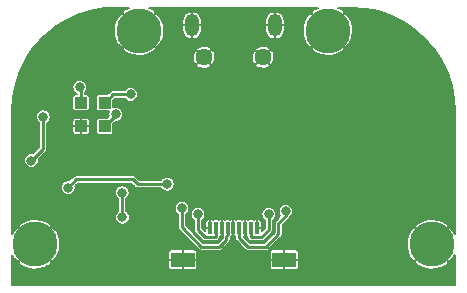
<source format=gbr>
G04 #@! TF.GenerationSoftware,KiCad,Pcbnew,(5.1.5-0-10_14)*
G04 #@! TF.CreationDate,2020-08-22T00:12:21-07:00*
G04 #@! TF.ProjectId,Sense_board,57726973-745f-4536-956e-73655f626f61,rev?*
G04 #@! TF.SameCoordinates,Original*
G04 #@! TF.FileFunction,Copper,L2,Bot*
G04 #@! TF.FilePolarity,Positive*
%FSLAX46Y46*%
G04 Gerber Fmt 4.6, Leading zero omitted, Abs format (unit mm)*
G04 Created by KiCad (PCBNEW (5.1.5-0-10_14)) date 2020-08-22 00:12:21*
%MOMM*%
%LPD*%
G04 APERTURE LIST*
%ADD10C,1.450000*%
%ADD11O,1.200000X1.900000*%
%ADD12C,3.800000*%
%ADD13R,0.300000X1.000000*%
%ADD14R,2.000000X1.300000*%
%ADD15R,1.000000X1.000000*%
%ADD16C,0.800000*%
%ADD17C,0.250000*%
%ADD18C,0.152400*%
G04 APERTURE END LIST*
D10*
X121500000Y-46462500D03*
X116500000Y-46462500D03*
D11*
X122500000Y-43762500D03*
X115500000Y-43762500D03*
D12*
X111000000Y-44200000D03*
X135800000Y-62300000D03*
X127000000Y-44200000D03*
X102200000Y-62300000D03*
D13*
X121000000Y-60900000D03*
X120500000Y-60900000D03*
X120000000Y-60900000D03*
X119500000Y-60900000D03*
X119000000Y-60900000D03*
X118500000Y-60900000D03*
X118000000Y-60900000D03*
X117500000Y-60900000D03*
X117000000Y-60900000D03*
D14*
X123300000Y-63600000D03*
X114700000Y-63600000D03*
D15*
X106100000Y-52300000D03*
X106100000Y-50300000D03*
X108100000Y-52300000D03*
X108100000Y-50300000D03*
D16*
X106000000Y-49000000D03*
X120000000Y-43800000D03*
X118000000Y-43700000D03*
X106450000Y-63450000D03*
X112250000Y-63900000D03*
X123700000Y-57950000D03*
X125200000Y-59000000D03*
X120550000Y-56350000D03*
X129200000Y-53500000D03*
X129650000Y-57400000D03*
X132000000Y-55300000D03*
X114736818Y-53222863D03*
X111900000Y-55750000D03*
X105900000Y-47450000D03*
X107550000Y-44850000D03*
X103300000Y-45800000D03*
X103000538Y-55275232D03*
X123200000Y-48300000D03*
X119500000Y-50700000D03*
X119400000Y-52200000D03*
X129200000Y-49900000D03*
X103000000Y-49700000D03*
X106650000Y-54900000D03*
X109600000Y-47700000D03*
X116300000Y-49550000D03*
X114800000Y-51000000D03*
X117300000Y-52900000D03*
X118300000Y-49750000D03*
X124600000Y-52250000D03*
X123550000Y-53350000D03*
X126600000Y-54700000D03*
X126550000Y-50550000D03*
X113850000Y-65150000D03*
X115750000Y-65150000D03*
X117650000Y-65150000D03*
X119850000Y-65150000D03*
X122250000Y-65150000D03*
X124650000Y-65100000D03*
X108300000Y-65150000D03*
X104100000Y-64950000D03*
X128100000Y-65150000D03*
X132700000Y-64450000D03*
X137100000Y-58600000D03*
X130200000Y-43200000D03*
X136550000Y-49750000D03*
X134600000Y-46200000D03*
X135700000Y-54500000D03*
X114150000Y-47600000D03*
X113950000Y-44750000D03*
X113800000Y-42800000D03*
X112150000Y-59300000D03*
X114650000Y-57000000D03*
X117650000Y-54850000D03*
X119000000Y-62350000D03*
X101200000Y-49500000D03*
X103700000Y-59300000D03*
X100900000Y-53900000D03*
X107600000Y-43300000D03*
X111600000Y-47400000D03*
X111800000Y-49600000D03*
X129300000Y-61400000D03*
X131300000Y-47400000D03*
X113700000Y-60300000D03*
X114400000Y-62100000D03*
X117100000Y-63400000D03*
X120900000Y-63500000D03*
X123200000Y-62200000D03*
X123800000Y-60800000D03*
X119200000Y-59100000D03*
X117300000Y-59600000D03*
X101900000Y-55200000D03*
X102900000Y-51500000D03*
X109575153Y-57924847D03*
X109600000Y-60000000D03*
X116000000Y-59750000D03*
X114645199Y-59250012D03*
X122000000Y-59750000D03*
X123427400Y-59500000D03*
X113395152Y-57195152D03*
X105000000Y-57500000D03*
X109048239Y-51283655D03*
X110300000Y-49600000D03*
D17*
X106100000Y-49100000D02*
X106000000Y-49000000D01*
X106100000Y-50300000D02*
X106100000Y-49100000D01*
X116461396Y-62079811D02*
X115597590Y-61216005D01*
X117639282Y-62079811D02*
X116461396Y-62079811D01*
X118000000Y-61719093D02*
X117639282Y-62079811D01*
X118000000Y-60900000D02*
X118000000Y-61719093D01*
X115597590Y-60350144D02*
X115322599Y-60075153D01*
X115597590Y-61216005D02*
X115597590Y-60350144D01*
X115322599Y-60075153D02*
X115322599Y-59072599D01*
X120000000Y-61719093D02*
X120360718Y-62079811D01*
X120000000Y-60900000D02*
X120000000Y-61719093D01*
X121538604Y-62079811D02*
X122402410Y-61216005D01*
X120360718Y-62079811D02*
X121538604Y-62079811D01*
X122402410Y-60350144D02*
X122750000Y-60002554D01*
X122402410Y-61216005D02*
X122402410Y-60350144D01*
X122750000Y-60002554D02*
X122750000Y-59250000D01*
X102900000Y-54200000D02*
X102900000Y-51500000D01*
X101900000Y-55200000D02*
X102900000Y-54200000D01*
X109575153Y-59975153D02*
X109600000Y-60000000D01*
X109575153Y-57924847D02*
X109575153Y-59975153D01*
X117500000Y-61650000D02*
X117500000Y-60900000D01*
X116628079Y-61677401D02*
X117472599Y-61677401D01*
X116000000Y-61049322D02*
X116628079Y-61677401D01*
X117472599Y-61677401D02*
X117500000Y-61650000D01*
X116000000Y-59750000D02*
X116000000Y-61049322D01*
X118500000Y-61500000D02*
X118500000Y-60900000D01*
X118402408Y-61597592D02*
X118500000Y-61500000D01*
X114645199Y-59250012D02*
X114645200Y-60832707D01*
X117805965Y-62482221D02*
X118402408Y-61885777D01*
X116294713Y-62482221D02*
X117805965Y-62482221D01*
X118402408Y-61885777D02*
X118402408Y-61597592D01*
X114645200Y-60832707D02*
X116294713Y-62482221D01*
X120500000Y-61650000D02*
X120500000Y-60900000D01*
X120527401Y-61677401D02*
X120500000Y-61650000D01*
X121371921Y-61677401D02*
X120527401Y-61677401D01*
X122000000Y-61049322D02*
X121371921Y-61677401D01*
X122000000Y-59750000D02*
X122000000Y-61049322D01*
X122804820Y-60516827D02*
X122804820Y-61445180D01*
X123427400Y-59894247D02*
X122804820Y-60516827D01*
X123427400Y-59500000D02*
X123427400Y-59894247D01*
X119500000Y-61788186D02*
X119500000Y-61650000D01*
X120194035Y-62482221D02*
X119500000Y-61788186D01*
X119500000Y-61650000D02*
X119500000Y-60900000D01*
X121767779Y-62482221D02*
X120194035Y-62482221D01*
X122804820Y-61445180D02*
X121767779Y-62482221D01*
X110500000Y-56800000D02*
X110895152Y-57195152D01*
X110895152Y-57195152D02*
X113395152Y-57195152D01*
X105700000Y-56800000D02*
X110500000Y-56800000D01*
X105000000Y-57500000D02*
X105700000Y-56800000D01*
X109048239Y-51351761D02*
X108100000Y-52300000D01*
X109048239Y-51283655D02*
X109048239Y-51351761D01*
X108800000Y-49600000D02*
X108100000Y-50300000D01*
X110300000Y-49600000D02*
X108800000Y-49600000D01*
D18*
G36*
X109882387Y-42376315D02*
G01*
X109742827Y-42469565D01*
X109528017Y-42727946D01*
X111000000Y-44199929D01*
X112471983Y-42727946D01*
X112257173Y-42469565D01*
X111895426Y-42257553D01*
X111884026Y-42253600D01*
X126135374Y-42253600D01*
X125882387Y-42376315D01*
X125742827Y-42469565D01*
X125528017Y-42727946D01*
X127000000Y-44199929D01*
X128471983Y-42727946D01*
X128257173Y-42469565D01*
X127895426Y-42257553D01*
X127884026Y-42253600D01*
X128991594Y-42253600D01*
X130156689Y-42330985D01*
X131293064Y-42560119D01*
X132389149Y-42937532D01*
X133425688Y-43456591D01*
X134384475Y-44108181D01*
X135248666Y-44880856D01*
X136003066Y-45761030D01*
X136634437Y-46733255D01*
X137131678Y-47780443D01*
X137486053Y-48884191D01*
X137691572Y-50026419D01*
X137746400Y-51007092D01*
X137746401Y-61435375D01*
X137623685Y-61182387D01*
X137530435Y-61042827D01*
X137272054Y-60828017D01*
X135800071Y-62300000D01*
X137272054Y-63771983D01*
X137530435Y-63557173D01*
X137742447Y-63195426D01*
X137746401Y-63184023D01*
X137746401Y-65746400D01*
X100253600Y-65746400D01*
X100253600Y-63772054D01*
X100728017Y-63772054D01*
X100942827Y-64030435D01*
X101304574Y-64242447D01*
X101700732Y-64379812D01*
X102116077Y-64437252D01*
X102534647Y-64412558D01*
X102940356Y-64306679D01*
X103057204Y-64250000D01*
X113470294Y-64250000D01*
X113474708Y-64294813D01*
X113487779Y-64337905D01*
X113509006Y-64377618D01*
X113537573Y-64412427D01*
X113572382Y-64440994D01*
X113612095Y-64462221D01*
X113655187Y-64475292D01*
X113700000Y-64479706D01*
X114642800Y-64478600D01*
X114699950Y-64421450D01*
X114699950Y-63600050D01*
X114700050Y-63600050D01*
X114700050Y-64421450D01*
X114757200Y-64478600D01*
X115700000Y-64479706D01*
X115744813Y-64475292D01*
X115787905Y-64462221D01*
X115827618Y-64440994D01*
X115862427Y-64412427D01*
X115890994Y-64377618D01*
X115912221Y-64337905D01*
X115925292Y-64294813D01*
X115929706Y-64250000D01*
X122070294Y-64250000D01*
X122074708Y-64294813D01*
X122087779Y-64337905D01*
X122109006Y-64377618D01*
X122137573Y-64412427D01*
X122172382Y-64440994D01*
X122212095Y-64462221D01*
X122255187Y-64475292D01*
X122300000Y-64479706D01*
X123242800Y-64478600D01*
X123299950Y-64421450D01*
X123299950Y-63600050D01*
X123300050Y-63600050D01*
X123300050Y-64421450D01*
X123357200Y-64478600D01*
X124300000Y-64479706D01*
X124344813Y-64475292D01*
X124387905Y-64462221D01*
X124427618Y-64440994D01*
X124462427Y-64412427D01*
X124490994Y-64377618D01*
X124512221Y-64337905D01*
X124525292Y-64294813D01*
X124529706Y-64250000D01*
X124528815Y-63772054D01*
X134328017Y-63772054D01*
X134542827Y-64030435D01*
X134904574Y-64242447D01*
X135300732Y-64379812D01*
X135716077Y-64437252D01*
X136134647Y-64412558D01*
X136540356Y-64306679D01*
X136917613Y-64123685D01*
X137057173Y-64030435D01*
X137271983Y-63772054D01*
X135800000Y-62300071D01*
X134328017Y-63772054D01*
X124528815Y-63772054D01*
X124528600Y-63657200D01*
X124471450Y-63600050D01*
X123300050Y-63600050D01*
X123299950Y-63600050D01*
X122128550Y-63600050D01*
X122071400Y-63657200D01*
X122070294Y-64250000D01*
X115929706Y-64250000D01*
X115928600Y-63657200D01*
X115871450Y-63600050D01*
X114700050Y-63600050D01*
X114699950Y-63600050D01*
X113528550Y-63600050D01*
X113471400Y-63657200D01*
X113470294Y-64250000D01*
X103057204Y-64250000D01*
X103317613Y-64123685D01*
X103457173Y-64030435D01*
X103671983Y-63772054D01*
X102200000Y-62300071D01*
X100728017Y-63772054D01*
X100253600Y-63772054D01*
X100253600Y-63164626D01*
X100376315Y-63417613D01*
X100469565Y-63557173D01*
X100727946Y-63771983D01*
X102199929Y-62300000D01*
X102200071Y-62300000D01*
X103672054Y-63771983D01*
X103930435Y-63557173D01*
X104142447Y-63195426D01*
X104227546Y-62950000D01*
X113470294Y-62950000D01*
X113471400Y-63542800D01*
X113528550Y-63599950D01*
X114699950Y-63599950D01*
X114699950Y-62778550D01*
X114700050Y-62778550D01*
X114700050Y-63599950D01*
X115871450Y-63599950D01*
X115928600Y-63542800D01*
X115929706Y-62950000D01*
X122070294Y-62950000D01*
X122071400Y-63542800D01*
X122128550Y-63599950D01*
X123299950Y-63599950D01*
X123299950Y-62778550D01*
X123300050Y-62778550D01*
X123300050Y-63599950D01*
X124471450Y-63599950D01*
X124528600Y-63542800D01*
X124529706Y-62950000D01*
X124525292Y-62905187D01*
X124512221Y-62862095D01*
X124490994Y-62822382D01*
X124462427Y-62787573D01*
X124427618Y-62759006D01*
X124387905Y-62737779D01*
X124344813Y-62724708D01*
X124300000Y-62720294D01*
X123357200Y-62721400D01*
X123300050Y-62778550D01*
X123299950Y-62778550D01*
X123242800Y-62721400D01*
X122300000Y-62720294D01*
X122255187Y-62724708D01*
X122212095Y-62737779D01*
X122172382Y-62759006D01*
X122137573Y-62787573D01*
X122109006Y-62822382D01*
X122087779Y-62862095D01*
X122074708Y-62905187D01*
X122070294Y-62950000D01*
X115929706Y-62950000D01*
X115925292Y-62905187D01*
X115912221Y-62862095D01*
X115890994Y-62822382D01*
X115862427Y-62787573D01*
X115827618Y-62759006D01*
X115787905Y-62737779D01*
X115744813Y-62724708D01*
X115700000Y-62720294D01*
X114757200Y-62721400D01*
X114700050Y-62778550D01*
X114699950Y-62778550D01*
X114642800Y-62721400D01*
X113700000Y-62720294D01*
X113655187Y-62724708D01*
X113612095Y-62737779D01*
X113572382Y-62759006D01*
X113537573Y-62787573D01*
X113509006Y-62822382D01*
X113487779Y-62862095D01*
X113474708Y-62905187D01*
X113470294Y-62950000D01*
X104227546Y-62950000D01*
X104279812Y-62799268D01*
X104337252Y-62383923D01*
X104312558Y-61965353D01*
X104206679Y-61559644D01*
X104023685Y-61182387D01*
X103930435Y-61042827D01*
X103672054Y-60828017D01*
X102200071Y-62300000D01*
X102199929Y-62300000D01*
X100727946Y-60828017D01*
X100469565Y-61042827D01*
X100257553Y-61404574D01*
X100253600Y-61415974D01*
X100253600Y-60827946D01*
X100728017Y-60827946D01*
X102200000Y-62299929D01*
X103671983Y-60827946D01*
X103457173Y-60569565D01*
X103095426Y-60357553D01*
X102699268Y-60220188D01*
X102283923Y-60162748D01*
X101865353Y-60187442D01*
X101459644Y-60293321D01*
X101082387Y-60476315D01*
X100942827Y-60569565D01*
X100728017Y-60827946D01*
X100253600Y-60827946D01*
X100253600Y-57438088D01*
X104371400Y-57438088D01*
X104371400Y-57561912D01*
X104395556Y-57683356D01*
X104442941Y-57797754D01*
X104511734Y-57900709D01*
X104599291Y-57988266D01*
X104702246Y-58057059D01*
X104816644Y-58104444D01*
X104938088Y-58128600D01*
X105061912Y-58128600D01*
X105183356Y-58104444D01*
X105297754Y-58057059D01*
X105400709Y-57988266D01*
X105488266Y-57900709D01*
X105513506Y-57862935D01*
X108946553Y-57862935D01*
X108946553Y-57986759D01*
X108970709Y-58108203D01*
X109018094Y-58222601D01*
X109086887Y-58325556D01*
X109174444Y-58413113D01*
X109221553Y-58444591D01*
X109221554Y-59496858D01*
X109199291Y-59511734D01*
X109111734Y-59599291D01*
X109042941Y-59702246D01*
X108995556Y-59816644D01*
X108971400Y-59938088D01*
X108971400Y-60061912D01*
X108995556Y-60183356D01*
X109042941Y-60297754D01*
X109111734Y-60400709D01*
X109199291Y-60488266D01*
X109302246Y-60557059D01*
X109416644Y-60604444D01*
X109538088Y-60628600D01*
X109661912Y-60628600D01*
X109783356Y-60604444D01*
X109897754Y-60557059D01*
X110000709Y-60488266D01*
X110088266Y-60400709D01*
X110157059Y-60297754D01*
X110204444Y-60183356D01*
X110228600Y-60061912D01*
X110228600Y-59938088D01*
X110204444Y-59816644D01*
X110157059Y-59702246D01*
X110088266Y-59599291D01*
X110000709Y-59511734D01*
X109928753Y-59463654D01*
X109928753Y-59188100D01*
X114016599Y-59188100D01*
X114016599Y-59311924D01*
X114040755Y-59433368D01*
X114088140Y-59547766D01*
X114156933Y-59650721D01*
X114244490Y-59738278D01*
X114291600Y-59769756D01*
X114291601Y-60815345D01*
X114289891Y-60832707D01*
X114291601Y-60850068D01*
X114291601Y-60850069D01*
X114296718Y-60902025D01*
X114300154Y-60913351D01*
X114316937Y-60968678D01*
X114322992Y-60980005D01*
X114349772Y-61030107D01*
X114393959Y-61083949D01*
X114407443Y-61095015D01*
X116032405Y-62719979D01*
X116043471Y-62733463D01*
X116097313Y-62777650D01*
X116158742Y-62810485D01*
X116225395Y-62830704D01*
X116277351Y-62835821D01*
X116277360Y-62835821D01*
X116294712Y-62837530D01*
X116312064Y-62835821D01*
X117788613Y-62835821D01*
X117805965Y-62837530D01*
X117823317Y-62835821D01*
X117823327Y-62835821D01*
X117875283Y-62830704D01*
X117941936Y-62810485D01*
X118003365Y-62777650D01*
X118057207Y-62733463D01*
X118068278Y-62719973D01*
X118640170Y-62148081D01*
X118653649Y-62137019D01*
X118664712Y-62123539D01*
X118664717Y-62123534D01*
X118697837Y-62083177D01*
X118697838Y-62083176D01*
X118730672Y-62021748D01*
X118750891Y-61955095D01*
X118756008Y-61903139D01*
X118756008Y-61903130D01*
X118757717Y-61885778D01*
X118756008Y-61868426D01*
X118756008Y-61745434D01*
X118795429Y-61697400D01*
X118828264Y-61635971D01*
X118830740Y-61627809D01*
X118850000Y-61629706D01*
X118942800Y-61628600D01*
X118999950Y-61571450D01*
X118999950Y-60900050D01*
X118979950Y-60900050D01*
X118979950Y-60899950D01*
X118999950Y-60899950D01*
X118999950Y-60228550D01*
X119000050Y-60228550D01*
X119000050Y-60899950D01*
X119020050Y-60899950D01*
X119020050Y-60900050D01*
X119000050Y-60900050D01*
X119000050Y-61571450D01*
X119057200Y-61628600D01*
X119146400Y-61629663D01*
X119146400Y-61770834D01*
X119144691Y-61788186D01*
X119146400Y-61805538D01*
X119146400Y-61805547D01*
X119151517Y-61857503D01*
X119171736Y-61924156D01*
X119193757Y-61965353D01*
X119204571Y-61985585D01*
X119237644Y-62025884D01*
X119248758Y-62039427D01*
X119262244Y-62050495D01*
X119931722Y-62719973D01*
X119942793Y-62733463D01*
X119972575Y-62757905D01*
X119996635Y-62777651D01*
X120037079Y-62799268D01*
X120058064Y-62810485D01*
X120124717Y-62830704D01*
X120176673Y-62835821D01*
X120176675Y-62835821D01*
X120194035Y-62837531D01*
X120211395Y-62835821D01*
X121750427Y-62835821D01*
X121767779Y-62837530D01*
X121785131Y-62835821D01*
X121785141Y-62835821D01*
X121837097Y-62830704D01*
X121903750Y-62810485D01*
X121965179Y-62777650D01*
X122019021Y-62733463D01*
X122030092Y-62719973D01*
X122533988Y-62216077D01*
X133662748Y-62216077D01*
X133687442Y-62634647D01*
X133793321Y-63040356D01*
X133976315Y-63417613D01*
X134069565Y-63557173D01*
X134327946Y-63771983D01*
X135799929Y-62300000D01*
X134327946Y-60828017D01*
X134069565Y-61042827D01*
X133857553Y-61404574D01*
X133720188Y-61800732D01*
X133662748Y-62216077D01*
X122533988Y-62216077D01*
X123042578Y-61707488D01*
X123056062Y-61696422D01*
X123100249Y-61642580D01*
X123110465Y-61623468D01*
X123133083Y-61581153D01*
X123133084Y-61581151D01*
X123153303Y-61514498D01*
X123158420Y-61462542D01*
X123158420Y-61462533D01*
X123160129Y-61445181D01*
X123158420Y-61427829D01*
X123158420Y-60827946D01*
X134328017Y-60827946D01*
X135800000Y-62299929D01*
X137271983Y-60827946D01*
X137057173Y-60569565D01*
X136695426Y-60357553D01*
X136299268Y-60220188D01*
X135883923Y-60162748D01*
X135465353Y-60187442D01*
X135059644Y-60293321D01*
X134682387Y-60476315D01*
X134542827Y-60569565D01*
X134328017Y-60827946D01*
X123158420Y-60827946D01*
X123158420Y-60663292D01*
X123665158Y-60156555D01*
X123678642Y-60145489D01*
X123692503Y-60128600D01*
X123722829Y-60091647D01*
X123741317Y-60057059D01*
X123750297Y-60040259D01*
X123828109Y-59988266D01*
X123915666Y-59900709D01*
X123984459Y-59797754D01*
X124031844Y-59683356D01*
X124056000Y-59561912D01*
X124056000Y-59438088D01*
X124031844Y-59316644D01*
X123984459Y-59202246D01*
X123915666Y-59099291D01*
X123828109Y-59011734D01*
X123725154Y-58942941D01*
X123610756Y-58895556D01*
X123489312Y-58871400D01*
X123365488Y-58871400D01*
X123244044Y-58895556D01*
X123129646Y-58942941D01*
X123026691Y-59011734D01*
X122939134Y-59099291D01*
X122870341Y-59202246D01*
X122822956Y-59316644D01*
X122798800Y-59438088D01*
X122798800Y-59561912D01*
X122822956Y-59683356D01*
X122870341Y-59797754D01*
X122931819Y-59889762D01*
X122567063Y-60254519D01*
X122553578Y-60265586D01*
X122509391Y-60319428D01*
X122476556Y-60380857D01*
X122456337Y-60447510D01*
X122451220Y-60499466D01*
X122451220Y-60499475D01*
X122449511Y-60516827D01*
X122451220Y-60534179D01*
X122451221Y-61298713D01*
X121621314Y-62128621D01*
X120340500Y-62128621D01*
X119853600Y-61641721D01*
X119853600Y-61629663D01*
X119942800Y-61628600D01*
X119999950Y-61571450D01*
X119999950Y-60900050D01*
X119979950Y-60900050D01*
X119979950Y-60899950D01*
X119999950Y-60899950D01*
X119999950Y-60228550D01*
X120000050Y-60228550D01*
X120000050Y-60899950D01*
X120020050Y-60899950D01*
X120020050Y-60900050D01*
X120000050Y-60900050D01*
X120000050Y-61571450D01*
X120057200Y-61628600D01*
X120146400Y-61629663D01*
X120146400Y-61632648D01*
X120144691Y-61650000D01*
X120146400Y-61667352D01*
X120146400Y-61667361D01*
X120151517Y-61719317D01*
X120171736Y-61785970D01*
X120204571Y-61847399D01*
X120248758Y-61901241D01*
X120262244Y-61912309D01*
X120265088Y-61915153D01*
X120276159Y-61928643D01*
X120308390Y-61955094D01*
X120330002Y-61972831D01*
X120340167Y-61978264D01*
X120391430Y-62005665D01*
X120458083Y-62025884D01*
X120510039Y-62031001D01*
X120510049Y-62031001D01*
X120527401Y-62032710D01*
X120544753Y-62031001D01*
X121354569Y-62031001D01*
X121371921Y-62032710D01*
X121389273Y-62031001D01*
X121389283Y-62031001D01*
X121441239Y-62025884D01*
X121507892Y-62005665D01*
X121569321Y-61972830D01*
X121623163Y-61928643D01*
X121634234Y-61915153D01*
X122237758Y-61311630D01*
X122251242Y-61300564D01*
X122276877Y-61269328D01*
X122295430Y-61246722D01*
X122317960Y-61204571D01*
X122328264Y-61185293D01*
X122348483Y-61118640D01*
X122353600Y-61066684D01*
X122353600Y-61066674D01*
X122355309Y-61049322D01*
X122353600Y-61031970D01*
X122353600Y-60269744D01*
X122400709Y-60238266D01*
X122488266Y-60150709D01*
X122557059Y-60047754D01*
X122604444Y-59933356D01*
X122628600Y-59811912D01*
X122628600Y-59688088D01*
X122604444Y-59566644D01*
X122557059Y-59452246D01*
X122488266Y-59349291D01*
X122400709Y-59261734D01*
X122297754Y-59192941D01*
X122183356Y-59145556D01*
X122061912Y-59121400D01*
X121938088Y-59121400D01*
X121816644Y-59145556D01*
X121702246Y-59192941D01*
X121599291Y-59261734D01*
X121511734Y-59349291D01*
X121442941Y-59452246D01*
X121395556Y-59566644D01*
X121371400Y-59688088D01*
X121371400Y-59811912D01*
X121395556Y-59933356D01*
X121442941Y-60047754D01*
X121511734Y-60150709D01*
X121599291Y-60238266D01*
X121646400Y-60269744D01*
X121646401Y-60902855D01*
X121379132Y-61170125D01*
X121378600Y-60957200D01*
X121321450Y-60900050D01*
X121000050Y-60900050D01*
X121000050Y-60920050D01*
X120999950Y-60920050D01*
X120999950Y-60900050D01*
X120979950Y-60900050D01*
X120979950Y-60899950D01*
X120999950Y-60899950D01*
X120999950Y-60228550D01*
X121000050Y-60228550D01*
X121000050Y-60899950D01*
X121321450Y-60899950D01*
X121378600Y-60842800D01*
X121379706Y-60400000D01*
X121375292Y-60355187D01*
X121362221Y-60312095D01*
X121340994Y-60272382D01*
X121312427Y-60237573D01*
X121277618Y-60209006D01*
X121237905Y-60187779D01*
X121194813Y-60174708D01*
X121150000Y-60170294D01*
X121057200Y-60171400D01*
X121000050Y-60228550D01*
X120999950Y-60228550D01*
X120942800Y-60171400D01*
X120850000Y-60170294D01*
X120805187Y-60174708D01*
X120762095Y-60187779D01*
X120750000Y-60194244D01*
X120737905Y-60187779D01*
X120694813Y-60174708D01*
X120650000Y-60170294D01*
X120350000Y-60170294D01*
X120305187Y-60174708D01*
X120262095Y-60187779D01*
X120250000Y-60194244D01*
X120237905Y-60187779D01*
X120194813Y-60174708D01*
X120150000Y-60170294D01*
X120057200Y-60171400D01*
X120000050Y-60228550D01*
X119999950Y-60228550D01*
X119942800Y-60171400D01*
X119850000Y-60170294D01*
X119805187Y-60174708D01*
X119762095Y-60187779D01*
X119750000Y-60194244D01*
X119737905Y-60187779D01*
X119694813Y-60174708D01*
X119650000Y-60170294D01*
X119350000Y-60170294D01*
X119305187Y-60174708D01*
X119262095Y-60187779D01*
X119250000Y-60194244D01*
X119237905Y-60187779D01*
X119194813Y-60174708D01*
X119150000Y-60170294D01*
X119057200Y-60171400D01*
X119000050Y-60228550D01*
X118999950Y-60228550D01*
X118942800Y-60171400D01*
X118850000Y-60170294D01*
X118805187Y-60174708D01*
X118762095Y-60187779D01*
X118750000Y-60194244D01*
X118737905Y-60187779D01*
X118694813Y-60174708D01*
X118650000Y-60170294D01*
X118350000Y-60170294D01*
X118305187Y-60174708D01*
X118262095Y-60187779D01*
X118250000Y-60194244D01*
X118237905Y-60187779D01*
X118194813Y-60174708D01*
X118150000Y-60170294D01*
X118057200Y-60171400D01*
X118000050Y-60228550D01*
X118000050Y-60899950D01*
X118020050Y-60899950D01*
X118020050Y-60900050D01*
X118000050Y-60900050D01*
X118000050Y-61571450D01*
X118048808Y-61620208D01*
X118048808Y-61739312D01*
X117659500Y-62128621D01*
X116441179Y-62128621D01*
X114998800Y-60686242D01*
X114998799Y-59769756D01*
X115045908Y-59738278D01*
X115096098Y-59688088D01*
X115371400Y-59688088D01*
X115371400Y-59811912D01*
X115395556Y-59933356D01*
X115442941Y-60047754D01*
X115511734Y-60150709D01*
X115599291Y-60238266D01*
X115646400Y-60269744D01*
X115646401Y-61031960D01*
X115644691Y-61049322D01*
X115646401Y-61066684D01*
X115651518Y-61118640D01*
X115664359Y-61160970D01*
X115671737Y-61185293D01*
X115702199Y-61242282D01*
X115704572Y-61246722D01*
X115748759Y-61300564D01*
X115762243Y-61311630D01*
X116365771Y-61915159D01*
X116376837Y-61928643D01*
X116390321Y-61939709D01*
X116390322Y-61939710D01*
X116430679Y-61972831D01*
X116454543Y-61985586D01*
X116492108Y-62005665D01*
X116558761Y-62025884D01*
X116610717Y-62031001D01*
X116610727Y-62031001D01*
X116628079Y-62032710D01*
X116645431Y-62031001D01*
X117455247Y-62031001D01*
X117472599Y-62032710D01*
X117489951Y-62031001D01*
X117489961Y-62031001D01*
X117541917Y-62025884D01*
X117608570Y-62005665D01*
X117669999Y-61972830D01*
X117723841Y-61928643D01*
X117734912Y-61915153D01*
X117737757Y-61912308D01*
X117751241Y-61901242D01*
X117772942Y-61874800D01*
X117795430Y-61847399D01*
X117811966Y-61816461D01*
X117828264Y-61785971D01*
X117848483Y-61719318D01*
X117853600Y-61667362D01*
X117853600Y-61667352D01*
X117855309Y-61650000D01*
X117853600Y-61632648D01*
X117853600Y-61629663D01*
X117942800Y-61628600D01*
X117999950Y-61571450D01*
X117999950Y-60900050D01*
X117979950Y-60900050D01*
X117979950Y-60899950D01*
X117999950Y-60899950D01*
X117999950Y-60228550D01*
X117942800Y-60171400D01*
X117850000Y-60170294D01*
X117805187Y-60174708D01*
X117762095Y-60187779D01*
X117750000Y-60194244D01*
X117737905Y-60187779D01*
X117694813Y-60174708D01*
X117650000Y-60170294D01*
X117350000Y-60170294D01*
X117305187Y-60174708D01*
X117262095Y-60187779D01*
X117250000Y-60194244D01*
X117237905Y-60187779D01*
X117194813Y-60174708D01*
X117150000Y-60170294D01*
X117057200Y-60171400D01*
X117000050Y-60228550D01*
X117000050Y-60899950D01*
X117020050Y-60899950D01*
X117020050Y-60900050D01*
X117000050Y-60900050D01*
X117000050Y-60920050D01*
X116999950Y-60920050D01*
X116999950Y-60900050D01*
X116678550Y-60900050D01*
X116621400Y-60957200D01*
X116620868Y-61170125D01*
X116353600Y-60902857D01*
X116353600Y-60400000D01*
X116620294Y-60400000D01*
X116621400Y-60842800D01*
X116678550Y-60899950D01*
X116999950Y-60899950D01*
X116999950Y-60228550D01*
X116942800Y-60171400D01*
X116850000Y-60170294D01*
X116805187Y-60174708D01*
X116762095Y-60187779D01*
X116722382Y-60209006D01*
X116687573Y-60237573D01*
X116659006Y-60272382D01*
X116637779Y-60312095D01*
X116624708Y-60355187D01*
X116620294Y-60400000D01*
X116353600Y-60400000D01*
X116353600Y-60269744D01*
X116400709Y-60238266D01*
X116488266Y-60150709D01*
X116557059Y-60047754D01*
X116604444Y-59933356D01*
X116628600Y-59811912D01*
X116628600Y-59688088D01*
X116604444Y-59566644D01*
X116557059Y-59452246D01*
X116488266Y-59349291D01*
X116400709Y-59261734D01*
X116297754Y-59192941D01*
X116183356Y-59145556D01*
X116061912Y-59121400D01*
X115938088Y-59121400D01*
X115816644Y-59145556D01*
X115702246Y-59192941D01*
X115599291Y-59261734D01*
X115511734Y-59349291D01*
X115442941Y-59452246D01*
X115395556Y-59566644D01*
X115371400Y-59688088D01*
X115096098Y-59688088D01*
X115133465Y-59650721D01*
X115202258Y-59547766D01*
X115249643Y-59433368D01*
X115273799Y-59311924D01*
X115273799Y-59188100D01*
X115249643Y-59066656D01*
X115202258Y-58952258D01*
X115133465Y-58849303D01*
X115045908Y-58761746D01*
X114942953Y-58692953D01*
X114828555Y-58645568D01*
X114707111Y-58621412D01*
X114583287Y-58621412D01*
X114461843Y-58645568D01*
X114347445Y-58692953D01*
X114244490Y-58761746D01*
X114156933Y-58849303D01*
X114088140Y-58952258D01*
X114040755Y-59066656D01*
X114016599Y-59188100D01*
X109928753Y-59188100D01*
X109928753Y-58444591D01*
X109975862Y-58413113D01*
X110063419Y-58325556D01*
X110132212Y-58222601D01*
X110179597Y-58108203D01*
X110203753Y-57986759D01*
X110203753Y-57862935D01*
X110179597Y-57741491D01*
X110132212Y-57627093D01*
X110063419Y-57524138D01*
X109975862Y-57436581D01*
X109872907Y-57367788D01*
X109758509Y-57320403D01*
X109637065Y-57296247D01*
X109513241Y-57296247D01*
X109391797Y-57320403D01*
X109277399Y-57367788D01*
X109174444Y-57436581D01*
X109086887Y-57524138D01*
X109018094Y-57627093D01*
X108970709Y-57741491D01*
X108946553Y-57862935D01*
X105513506Y-57862935D01*
X105557059Y-57797754D01*
X105604444Y-57683356D01*
X105628600Y-57561912D01*
X105628600Y-57438088D01*
X105617547Y-57382519D01*
X105846466Y-57153600D01*
X110353535Y-57153600D01*
X110632844Y-57432909D01*
X110643910Y-57446394D01*
X110697752Y-57490581D01*
X110759181Y-57523416D01*
X110825834Y-57543635D01*
X110877790Y-57548752D01*
X110877799Y-57548752D01*
X110895151Y-57550461D01*
X110912503Y-57548752D01*
X112875408Y-57548752D01*
X112906886Y-57595861D01*
X112994443Y-57683418D01*
X113097398Y-57752211D01*
X113211796Y-57799596D01*
X113333240Y-57823752D01*
X113457064Y-57823752D01*
X113578508Y-57799596D01*
X113692906Y-57752211D01*
X113795861Y-57683418D01*
X113883418Y-57595861D01*
X113952211Y-57492906D01*
X113999596Y-57378508D01*
X114023752Y-57257064D01*
X114023752Y-57133240D01*
X113999596Y-57011796D01*
X113952211Y-56897398D01*
X113883418Y-56794443D01*
X113795861Y-56706886D01*
X113692906Y-56638093D01*
X113578508Y-56590708D01*
X113457064Y-56566552D01*
X113333240Y-56566552D01*
X113211796Y-56590708D01*
X113097398Y-56638093D01*
X112994443Y-56706886D01*
X112906886Y-56794443D01*
X112875408Y-56841552D01*
X111041618Y-56841552D01*
X110762313Y-56562247D01*
X110751242Y-56548758D01*
X110697400Y-56504571D01*
X110635971Y-56471736D01*
X110569318Y-56451517D01*
X110517362Y-56446400D01*
X110517352Y-56446400D01*
X110500000Y-56444691D01*
X110482648Y-56446400D01*
X105717351Y-56446400D01*
X105699999Y-56444691D01*
X105682647Y-56446400D01*
X105682638Y-56446400D01*
X105630682Y-56451517D01*
X105564029Y-56471736D01*
X105502600Y-56504571D01*
X105448758Y-56548758D01*
X105437692Y-56562242D01*
X105117481Y-56882453D01*
X105061912Y-56871400D01*
X104938088Y-56871400D01*
X104816644Y-56895556D01*
X104702246Y-56942941D01*
X104599291Y-57011734D01*
X104511734Y-57099291D01*
X104442941Y-57202246D01*
X104395556Y-57316644D01*
X104371400Y-57438088D01*
X100253600Y-57438088D01*
X100253600Y-55138088D01*
X101271400Y-55138088D01*
X101271400Y-55261912D01*
X101295556Y-55383356D01*
X101342941Y-55497754D01*
X101411734Y-55600709D01*
X101499291Y-55688266D01*
X101602246Y-55757059D01*
X101716644Y-55804444D01*
X101838088Y-55828600D01*
X101961912Y-55828600D01*
X102083356Y-55804444D01*
X102197754Y-55757059D01*
X102300709Y-55688266D01*
X102388266Y-55600709D01*
X102457059Y-55497754D01*
X102504444Y-55383356D01*
X102528600Y-55261912D01*
X102528600Y-55138088D01*
X102517547Y-55082519D01*
X103137762Y-54462304D01*
X103151241Y-54451242D01*
X103162304Y-54437762D01*
X103162310Y-54437756D01*
X103195430Y-54397400D01*
X103228264Y-54335972D01*
X103248483Y-54269317D01*
X103255310Y-54200000D01*
X103253600Y-54182638D01*
X103253600Y-52800000D01*
X105370294Y-52800000D01*
X105374708Y-52844813D01*
X105387779Y-52887905D01*
X105409006Y-52927618D01*
X105437573Y-52962427D01*
X105472382Y-52990994D01*
X105512095Y-53012221D01*
X105555187Y-53025292D01*
X105600000Y-53029706D01*
X106042800Y-53028600D01*
X106099950Y-52971450D01*
X106099950Y-52300050D01*
X106100050Y-52300050D01*
X106100050Y-52971450D01*
X106157200Y-53028600D01*
X106600000Y-53029706D01*
X106644813Y-53025292D01*
X106687905Y-53012221D01*
X106727618Y-52990994D01*
X106762427Y-52962427D01*
X106790994Y-52927618D01*
X106812221Y-52887905D01*
X106825292Y-52844813D01*
X106829706Y-52800000D01*
X106828600Y-52357200D01*
X106771450Y-52300050D01*
X106100050Y-52300050D01*
X106099950Y-52300050D01*
X105428550Y-52300050D01*
X105371400Y-52357200D01*
X105370294Y-52800000D01*
X103253600Y-52800000D01*
X103253600Y-52019744D01*
X103300709Y-51988266D01*
X103388266Y-51900709D01*
X103455558Y-51800000D01*
X105370294Y-51800000D01*
X105371400Y-52242800D01*
X105428550Y-52299950D01*
X106099950Y-52299950D01*
X106099950Y-51628550D01*
X106100050Y-51628550D01*
X106100050Y-52299950D01*
X106771450Y-52299950D01*
X106828600Y-52242800D01*
X106829706Y-51800000D01*
X106825292Y-51755187D01*
X106812221Y-51712095D01*
X106790994Y-51672382D01*
X106762427Y-51637573D01*
X106727618Y-51609006D01*
X106687905Y-51587779D01*
X106644813Y-51574708D01*
X106600000Y-51570294D01*
X106157200Y-51571400D01*
X106100050Y-51628550D01*
X106099950Y-51628550D01*
X106042800Y-51571400D01*
X105600000Y-51570294D01*
X105555187Y-51574708D01*
X105512095Y-51587779D01*
X105472382Y-51609006D01*
X105437573Y-51637573D01*
X105409006Y-51672382D01*
X105387779Y-51712095D01*
X105374708Y-51755187D01*
X105370294Y-51800000D01*
X103455558Y-51800000D01*
X103457059Y-51797754D01*
X103504444Y-51683356D01*
X103528600Y-51561912D01*
X103528600Y-51438088D01*
X103504444Y-51316644D01*
X103457059Y-51202246D01*
X103388266Y-51099291D01*
X103300709Y-51011734D01*
X103197754Y-50942941D01*
X103083356Y-50895556D01*
X102961912Y-50871400D01*
X102838088Y-50871400D01*
X102716644Y-50895556D01*
X102602246Y-50942941D01*
X102499291Y-51011734D01*
X102411734Y-51099291D01*
X102342941Y-51202246D01*
X102295556Y-51316644D01*
X102271400Y-51438088D01*
X102271400Y-51561912D01*
X102295556Y-51683356D01*
X102342941Y-51797754D01*
X102411734Y-51900709D01*
X102499291Y-51988266D01*
X102546401Y-52019744D01*
X102546400Y-54053534D01*
X102017481Y-54582453D01*
X101961912Y-54571400D01*
X101838088Y-54571400D01*
X101716644Y-54595556D01*
X101602246Y-54642941D01*
X101499291Y-54711734D01*
X101411734Y-54799291D01*
X101342941Y-54902246D01*
X101295556Y-55016644D01*
X101271400Y-55138088D01*
X100253600Y-55138088D01*
X100253600Y-51008406D01*
X100330985Y-49843311D01*
X100339718Y-49800000D01*
X105370294Y-49800000D01*
X105370294Y-50800000D01*
X105374708Y-50844813D01*
X105387779Y-50887905D01*
X105409006Y-50927618D01*
X105437573Y-50962427D01*
X105472382Y-50990994D01*
X105512095Y-51012221D01*
X105555187Y-51025292D01*
X105600000Y-51029706D01*
X106600000Y-51029706D01*
X106644813Y-51025292D01*
X106687905Y-51012221D01*
X106727618Y-50990994D01*
X106762427Y-50962427D01*
X106790994Y-50927618D01*
X106812221Y-50887905D01*
X106825292Y-50844813D01*
X106829706Y-50800000D01*
X106829706Y-49800000D01*
X107370294Y-49800000D01*
X107370294Y-50800000D01*
X107374708Y-50844813D01*
X107387779Y-50887905D01*
X107409006Y-50927618D01*
X107437573Y-50962427D01*
X107472382Y-50990994D01*
X107512095Y-51012221D01*
X107555187Y-51025292D01*
X107600000Y-51029706D01*
X108473035Y-51029706D01*
X108443795Y-51100299D01*
X108419639Y-51221743D01*
X108419639Y-51345567D01*
X108441991Y-51457943D01*
X108329640Y-51570294D01*
X107600000Y-51570294D01*
X107555187Y-51574708D01*
X107512095Y-51587779D01*
X107472382Y-51609006D01*
X107437573Y-51637573D01*
X107409006Y-51672382D01*
X107387779Y-51712095D01*
X107374708Y-51755187D01*
X107370294Y-51800000D01*
X107370294Y-52800000D01*
X107374708Y-52844813D01*
X107387779Y-52887905D01*
X107409006Y-52927618D01*
X107437573Y-52962427D01*
X107472382Y-52990994D01*
X107512095Y-53012221D01*
X107555187Y-53025292D01*
X107600000Y-53029706D01*
X108600000Y-53029706D01*
X108644813Y-53025292D01*
X108687905Y-53012221D01*
X108727618Y-52990994D01*
X108762427Y-52962427D01*
X108790994Y-52927618D01*
X108812221Y-52887905D01*
X108825292Y-52844813D01*
X108829706Y-52800000D01*
X108829706Y-52070360D01*
X108987811Y-51912255D01*
X109110151Y-51912255D01*
X109231595Y-51888099D01*
X109345993Y-51840714D01*
X109448948Y-51771921D01*
X109536505Y-51684364D01*
X109605298Y-51581409D01*
X109652683Y-51467011D01*
X109676839Y-51345567D01*
X109676839Y-51221743D01*
X109652683Y-51100299D01*
X109605298Y-50985901D01*
X109536505Y-50882946D01*
X109448948Y-50795389D01*
X109345993Y-50726596D01*
X109231595Y-50679211D01*
X109110151Y-50655055D01*
X108986327Y-50655055D01*
X108864883Y-50679211D01*
X108829706Y-50693782D01*
X108829706Y-50070360D01*
X108946466Y-49953600D01*
X109780256Y-49953600D01*
X109811734Y-50000709D01*
X109899291Y-50088266D01*
X110002246Y-50157059D01*
X110116644Y-50204444D01*
X110238088Y-50228600D01*
X110361912Y-50228600D01*
X110483356Y-50204444D01*
X110597754Y-50157059D01*
X110700709Y-50088266D01*
X110788266Y-50000709D01*
X110857059Y-49897754D01*
X110904444Y-49783356D01*
X110928600Y-49661912D01*
X110928600Y-49538088D01*
X110904444Y-49416644D01*
X110857059Y-49302246D01*
X110788266Y-49199291D01*
X110700709Y-49111734D01*
X110597754Y-49042941D01*
X110483356Y-48995556D01*
X110361912Y-48971400D01*
X110238088Y-48971400D01*
X110116644Y-48995556D01*
X110002246Y-49042941D01*
X109899291Y-49111734D01*
X109811734Y-49199291D01*
X109780256Y-49246400D01*
X108817351Y-49246400D01*
X108799999Y-49244691D01*
X108782647Y-49246400D01*
X108782638Y-49246400D01*
X108730682Y-49251517D01*
X108664029Y-49271736D01*
X108664027Y-49271737D01*
X108606950Y-49302246D01*
X108602600Y-49304571D01*
X108548758Y-49348758D01*
X108537692Y-49362242D01*
X108329640Y-49570294D01*
X107600000Y-49570294D01*
X107555187Y-49574708D01*
X107512095Y-49587779D01*
X107472382Y-49609006D01*
X107437573Y-49637573D01*
X107409006Y-49672382D01*
X107387779Y-49712095D01*
X107374708Y-49755187D01*
X107370294Y-49800000D01*
X106829706Y-49800000D01*
X106825292Y-49755187D01*
X106812221Y-49712095D01*
X106790994Y-49672382D01*
X106762427Y-49637573D01*
X106727618Y-49609006D01*
X106687905Y-49587779D01*
X106644813Y-49574708D01*
X106600000Y-49570294D01*
X106453600Y-49570294D01*
X106453600Y-49435375D01*
X106488266Y-49400709D01*
X106557059Y-49297754D01*
X106604444Y-49183356D01*
X106628600Y-49061912D01*
X106628600Y-48938088D01*
X106604444Y-48816644D01*
X106557059Y-48702246D01*
X106488266Y-48599291D01*
X106400709Y-48511734D01*
X106297754Y-48442941D01*
X106183356Y-48395556D01*
X106061912Y-48371400D01*
X105938088Y-48371400D01*
X105816644Y-48395556D01*
X105702246Y-48442941D01*
X105599291Y-48511734D01*
X105511734Y-48599291D01*
X105442941Y-48702246D01*
X105395556Y-48816644D01*
X105371400Y-48938088D01*
X105371400Y-49061912D01*
X105395556Y-49183356D01*
X105442941Y-49297754D01*
X105511734Y-49400709D01*
X105599291Y-49488266D01*
X105702246Y-49557059D01*
X105734198Y-49570294D01*
X105600000Y-49570294D01*
X105555187Y-49574708D01*
X105512095Y-49587779D01*
X105472382Y-49609006D01*
X105437573Y-49637573D01*
X105409006Y-49672382D01*
X105387779Y-49712095D01*
X105374708Y-49755187D01*
X105370294Y-49800000D01*
X100339718Y-49800000D01*
X100560119Y-48706936D01*
X100937532Y-47610851D01*
X101193504Y-47099684D01*
X115862887Y-47099684D01*
X115936816Y-47237741D01*
X116098880Y-47332717D01*
X116276358Y-47394250D01*
X116462430Y-47419978D01*
X116649947Y-47408909D01*
X116831701Y-47361472D01*
X117000708Y-47279487D01*
X117063184Y-47237741D01*
X117137113Y-47099684D01*
X120862887Y-47099684D01*
X120936816Y-47237741D01*
X121098880Y-47332717D01*
X121276358Y-47394250D01*
X121462430Y-47419978D01*
X121649947Y-47408909D01*
X121831701Y-47361472D01*
X122000708Y-47279487D01*
X122063184Y-47237741D01*
X122137113Y-47099684D01*
X121500000Y-46462571D01*
X120862887Y-47099684D01*
X117137113Y-47099684D01*
X116500000Y-46462571D01*
X115862887Y-47099684D01*
X101193504Y-47099684D01*
X101456591Y-46574312D01*
X101558110Y-46424930D01*
X115542522Y-46424930D01*
X115553591Y-46612447D01*
X115601028Y-46794201D01*
X115683013Y-46963208D01*
X115724759Y-47025684D01*
X115862816Y-47099613D01*
X116499929Y-46462500D01*
X116500071Y-46462500D01*
X117137184Y-47099613D01*
X117275241Y-47025684D01*
X117370217Y-46863620D01*
X117431750Y-46686142D01*
X117457478Y-46500070D01*
X117453043Y-46424930D01*
X120542522Y-46424930D01*
X120553591Y-46612447D01*
X120601028Y-46794201D01*
X120683013Y-46963208D01*
X120724759Y-47025684D01*
X120862816Y-47099613D01*
X121499929Y-46462500D01*
X121500071Y-46462500D01*
X122137184Y-47099613D01*
X122275241Y-47025684D01*
X122370217Y-46863620D01*
X122431750Y-46686142D01*
X122457478Y-46500070D01*
X122446409Y-46312553D01*
X122398972Y-46130799D01*
X122316987Y-45961792D01*
X122275241Y-45899316D01*
X122137184Y-45825387D01*
X121500071Y-46462500D01*
X121499929Y-46462500D01*
X120862816Y-45825387D01*
X120724759Y-45899316D01*
X120629783Y-46061380D01*
X120568250Y-46238858D01*
X120542522Y-46424930D01*
X117453043Y-46424930D01*
X117446409Y-46312553D01*
X117398972Y-46130799D01*
X117316987Y-45961792D01*
X117275241Y-45899316D01*
X117137184Y-45825387D01*
X116500071Y-46462500D01*
X116499929Y-46462500D01*
X115862816Y-45825387D01*
X115724759Y-45899316D01*
X115629783Y-46061380D01*
X115568250Y-46238858D01*
X115542522Y-46424930D01*
X101558110Y-46424930D01*
X102069763Y-45672054D01*
X109528017Y-45672054D01*
X109742827Y-45930435D01*
X110104574Y-46142447D01*
X110500732Y-46279812D01*
X110916077Y-46337252D01*
X111334647Y-46312558D01*
X111740356Y-46206679D01*
X112117613Y-46023685D01*
X112257173Y-45930435D01*
X112344565Y-45825316D01*
X115862887Y-45825316D01*
X116500000Y-46462429D01*
X117137113Y-45825316D01*
X120862887Y-45825316D01*
X121500000Y-46462429D01*
X122137113Y-45825316D01*
X122063184Y-45687259D01*
X122037239Y-45672054D01*
X125528017Y-45672054D01*
X125742827Y-45930435D01*
X126104574Y-46142447D01*
X126500732Y-46279812D01*
X126916077Y-46337252D01*
X127334647Y-46312558D01*
X127740356Y-46206679D01*
X128117613Y-46023685D01*
X128257173Y-45930435D01*
X128471983Y-45672054D01*
X127000000Y-44200071D01*
X125528017Y-45672054D01*
X122037239Y-45672054D01*
X121901120Y-45592283D01*
X121723642Y-45530750D01*
X121537570Y-45505022D01*
X121350053Y-45516091D01*
X121168299Y-45563528D01*
X120999292Y-45645513D01*
X120936816Y-45687259D01*
X120862887Y-45825316D01*
X117137113Y-45825316D01*
X117063184Y-45687259D01*
X116901120Y-45592283D01*
X116723642Y-45530750D01*
X116537570Y-45505022D01*
X116350053Y-45516091D01*
X116168299Y-45563528D01*
X115999292Y-45645513D01*
X115936816Y-45687259D01*
X115862887Y-45825316D01*
X112344565Y-45825316D01*
X112471983Y-45672054D01*
X111000000Y-44200071D01*
X109528017Y-45672054D01*
X102069763Y-45672054D01*
X102108181Y-45615525D01*
X102880856Y-44751334D01*
X103622023Y-44116077D01*
X108862748Y-44116077D01*
X108887442Y-44534647D01*
X108993321Y-44940356D01*
X109176315Y-45317613D01*
X109269565Y-45457173D01*
X109527946Y-45671983D01*
X110999929Y-44200000D01*
X111000071Y-44200000D01*
X112472054Y-45671983D01*
X112730435Y-45457173D01*
X112942447Y-45095426D01*
X113079812Y-44699268D01*
X113137252Y-44283923D01*
X113112558Y-43865353D01*
X113085730Y-43762550D01*
X114671400Y-43762550D01*
X114671400Y-44112550D01*
X114687331Y-44274201D01*
X114734493Y-44429638D01*
X114811073Y-44572887D01*
X114914128Y-44698444D01*
X115039697Y-44801483D01*
X115182956Y-44878045D01*
X115338398Y-44925187D01*
X115370329Y-44930891D01*
X115499950Y-44883950D01*
X115499950Y-43762550D01*
X115500050Y-43762550D01*
X115500050Y-44883950D01*
X115629671Y-44930891D01*
X115661602Y-44925187D01*
X115817044Y-44878045D01*
X115960303Y-44801483D01*
X116085872Y-44698444D01*
X116188927Y-44572887D01*
X116265507Y-44429638D01*
X116312669Y-44274201D01*
X116328600Y-44112550D01*
X116328600Y-43762550D01*
X121671400Y-43762550D01*
X121671400Y-44112550D01*
X121687331Y-44274201D01*
X121734493Y-44429638D01*
X121811073Y-44572887D01*
X121914128Y-44698444D01*
X122039697Y-44801483D01*
X122182956Y-44878045D01*
X122338398Y-44925187D01*
X122370329Y-44930891D01*
X122499950Y-44883950D01*
X122499950Y-43762550D01*
X122500050Y-43762550D01*
X122500050Y-44883950D01*
X122629671Y-44930891D01*
X122661602Y-44925187D01*
X122817044Y-44878045D01*
X122960303Y-44801483D01*
X123085872Y-44698444D01*
X123188927Y-44572887D01*
X123265507Y-44429638D01*
X123312669Y-44274201D01*
X123328252Y-44116077D01*
X124862748Y-44116077D01*
X124887442Y-44534647D01*
X124993321Y-44940356D01*
X125176315Y-45317613D01*
X125269565Y-45457173D01*
X125527946Y-45671983D01*
X126999929Y-44200000D01*
X127000071Y-44200000D01*
X128472054Y-45671983D01*
X128730435Y-45457173D01*
X128942447Y-45095426D01*
X129079812Y-44699268D01*
X129137252Y-44283923D01*
X129112558Y-43865353D01*
X129006679Y-43459644D01*
X128823685Y-43082387D01*
X128730435Y-42942827D01*
X128472054Y-42728017D01*
X127000071Y-44200000D01*
X126999929Y-44200000D01*
X125527946Y-42728017D01*
X125269565Y-42942827D01*
X125057553Y-43304574D01*
X124920188Y-43700732D01*
X124862748Y-44116077D01*
X123328252Y-44116077D01*
X123328600Y-44112550D01*
X123328600Y-43762550D01*
X122500050Y-43762550D01*
X122499950Y-43762550D01*
X121671400Y-43762550D01*
X116328600Y-43762550D01*
X115500050Y-43762550D01*
X115499950Y-43762550D01*
X114671400Y-43762550D01*
X113085730Y-43762550D01*
X113006679Y-43459644D01*
X112983787Y-43412450D01*
X114671400Y-43412450D01*
X114671400Y-43762450D01*
X115499950Y-43762450D01*
X115499950Y-42641050D01*
X115500050Y-42641050D01*
X115500050Y-43762450D01*
X116328600Y-43762450D01*
X116328600Y-43412450D01*
X121671400Y-43412450D01*
X121671400Y-43762450D01*
X122499950Y-43762450D01*
X122499950Y-42641050D01*
X122500050Y-42641050D01*
X122500050Y-43762450D01*
X123328600Y-43762450D01*
X123328600Y-43412450D01*
X123312669Y-43250799D01*
X123265507Y-43095362D01*
X123188927Y-42952113D01*
X123085872Y-42826556D01*
X122960303Y-42723517D01*
X122817044Y-42646955D01*
X122661602Y-42599813D01*
X122629671Y-42594109D01*
X122500050Y-42641050D01*
X122499950Y-42641050D01*
X122370329Y-42594109D01*
X122338398Y-42599813D01*
X122182956Y-42646955D01*
X122039697Y-42723517D01*
X121914128Y-42826556D01*
X121811073Y-42952113D01*
X121734493Y-43095362D01*
X121687331Y-43250799D01*
X121671400Y-43412450D01*
X116328600Y-43412450D01*
X116312669Y-43250799D01*
X116265507Y-43095362D01*
X116188927Y-42952113D01*
X116085872Y-42826556D01*
X115960303Y-42723517D01*
X115817044Y-42646955D01*
X115661602Y-42599813D01*
X115629671Y-42594109D01*
X115500050Y-42641050D01*
X115499950Y-42641050D01*
X115370329Y-42594109D01*
X115338398Y-42599813D01*
X115182956Y-42646955D01*
X115039697Y-42723517D01*
X114914128Y-42826556D01*
X114811073Y-42952113D01*
X114734493Y-43095362D01*
X114687331Y-43250799D01*
X114671400Y-43412450D01*
X112983787Y-43412450D01*
X112823685Y-43082387D01*
X112730435Y-42942827D01*
X112472054Y-42728017D01*
X111000071Y-44200000D01*
X110999929Y-44200000D01*
X109527946Y-42728017D01*
X109269565Y-42942827D01*
X109057553Y-43304574D01*
X108920188Y-43700732D01*
X108862748Y-44116077D01*
X103622023Y-44116077D01*
X103761030Y-43996934D01*
X104733255Y-43365563D01*
X105780443Y-42868322D01*
X106884191Y-42513947D01*
X108026419Y-42308428D01*
X109007092Y-42253600D01*
X110135374Y-42253600D01*
X109882387Y-42376315D01*
G37*
X109882387Y-42376315D02*
X109742827Y-42469565D01*
X109528017Y-42727946D01*
X111000000Y-44199929D01*
X112471983Y-42727946D01*
X112257173Y-42469565D01*
X111895426Y-42257553D01*
X111884026Y-42253600D01*
X126135374Y-42253600D01*
X125882387Y-42376315D01*
X125742827Y-42469565D01*
X125528017Y-42727946D01*
X127000000Y-44199929D01*
X128471983Y-42727946D01*
X128257173Y-42469565D01*
X127895426Y-42257553D01*
X127884026Y-42253600D01*
X128991594Y-42253600D01*
X130156689Y-42330985D01*
X131293064Y-42560119D01*
X132389149Y-42937532D01*
X133425688Y-43456591D01*
X134384475Y-44108181D01*
X135248666Y-44880856D01*
X136003066Y-45761030D01*
X136634437Y-46733255D01*
X137131678Y-47780443D01*
X137486053Y-48884191D01*
X137691572Y-50026419D01*
X137746400Y-51007092D01*
X137746401Y-61435375D01*
X137623685Y-61182387D01*
X137530435Y-61042827D01*
X137272054Y-60828017D01*
X135800071Y-62300000D01*
X137272054Y-63771983D01*
X137530435Y-63557173D01*
X137742447Y-63195426D01*
X137746401Y-63184023D01*
X137746401Y-65746400D01*
X100253600Y-65746400D01*
X100253600Y-63772054D01*
X100728017Y-63772054D01*
X100942827Y-64030435D01*
X101304574Y-64242447D01*
X101700732Y-64379812D01*
X102116077Y-64437252D01*
X102534647Y-64412558D01*
X102940356Y-64306679D01*
X103057204Y-64250000D01*
X113470294Y-64250000D01*
X113474708Y-64294813D01*
X113487779Y-64337905D01*
X113509006Y-64377618D01*
X113537573Y-64412427D01*
X113572382Y-64440994D01*
X113612095Y-64462221D01*
X113655187Y-64475292D01*
X113700000Y-64479706D01*
X114642800Y-64478600D01*
X114699950Y-64421450D01*
X114699950Y-63600050D01*
X114700050Y-63600050D01*
X114700050Y-64421450D01*
X114757200Y-64478600D01*
X115700000Y-64479706D01*
X115744813Y-64475292D01*
X115787905Y-64462221D01*
X115827618Y-64440994D01*
X115862427Y-64412427D01*
X115890994Y-64377618D01*
X115912221Y-64337905D01*
X115925292Y-64294813D01*
X115929706Y-64250000D01*
X122070294Y-64250000D01*
X122074708Y-64294813D01*
X122087779Y-64337905D01*
X122109006Y-64377618D01*
X122137573Y-64412427D01*
X122172382Y-64440994D01*
X122212095Y-64462221D01*
X122255187Y-64475292D01*
X122300000Y-64479706D01*
X123242800Y-64478600D01*
X123299950Y-64421450D01*
X123299950Y-63600050D01*
X123300050Y-63600050D01*
X123300050Y-64421450D01*
X123357200Y-64478600D01*
X124300000Y-64479706D01*
X124344813Y-64475292D01*
X124387905Y-64462221D01*
X124427618Y-64440994D01*
X124462427Y-64412427D01*
X124490994Y-64377618D01*
X124512221Y-64337905D01*
X124525292Y-64294813D01*
X124529706Y-64250000D01*
X124528815Y-63772054D01*
X134328017Y-63772054D01*
X134542827Y-64030435D01*
X134904574Y-64242447D01*
X135300732Y-64379812D01*
X135716077Y-64437252D01*
X136134647Y-64412558D01*
X136540356Y-64306679D01*
X136917613Y-64123685D01*
X137057173Y-64030435D01*
X137271983Y-63772054D01*
X135800000Y-62300071D01*
X134328017Y-63772054D01*
X124528815Y-63772054D01*
X124528600Y-63657200D01*
X124471450Y-63600050D01*
X123300050Y-63600050D01*
X123299950Y-63600050D01*
X122128550Y-63600050D01*
X122071400Y-63657200D01*
X122070294Y-64250000D01*
X115929706Y-64250000D01*
X115928600Y-63657200D01*
X115871450Y-63600050D01*
X114700050Y-63600050D01*
X114699950Y-63600050D01*
X113528550Y-63600050D01*
X113471400Y-63657200D01*
X113470294Y-64250000D01*
X103057204Y-64250000D01*
X103317613Y-64123685D01*
X103457173Y-64030435D01*
X103671983Y-63772054D01*
X102200000Y-62300071D01*
X100728017Y-63772054D01*
X100253600Y-63772054D01*
X100253600Y-63164626D01*
X100376315Y-63417613D01*
X100469565Y-63557173D01*
X100727946Y-63771983D01*
X102199929Y-62300000D01*
X102200071Y-62300000D01*
X103672054Y-63771983D01*
X103930435Y-63557173D01*
X104142447Y-63195426D01*
X104227546Y-62950000D01*
X113470294Y-62950000D01*
X113471400Y-63542800D01*
X113528550Y-63599950D01*
X114699950Y-63599950D01*
X114699950Y-62778550D01*
X114700050Y-62778550D01*
X114700050Y-63599950D01*
X115871450Y-63599950D01*
X115928600Y-63542800D01*
X115929706Y-62950000D01*
X122070294Y-62950000D01*
X122071400Y-63542800D01*
X122128550Y-63599950D01*
X123299950Y-63599950D01*
X123299950Y-62778550D01*
X123300050Y-62778550D01*
X123300050Y-63599950D01*
X124471450Y-63599950D01*
X124528600Y-63542800D01*
X124529706Y-62950000D01*
X124525292Y-62905187D01*
X124512221Y-62862095D01*
X124490994Y-62822382D01*
X124462427Y-62787573D01*
X124427618Y-62759006D01*
X124387905Y-62737779D01*
X124344813Y-62724708D01*
X124300000Y-62720294D01*
X123357200Y-62721400D01*
X123300050Y-62778550D01*
X123299950Y-62778550D01*
X123242800Y-62721400D01*
X122300000Y-62720294D01*
X122255187Y-62724708D01*
X122212095Y-62737779D01*
X122172382Y-62759006D01*
X122137573Y-62787573D01*
X122109006Y-62822382D01*
X122087779Y-62862095D01*
X122074708Y-62905187D01*
X122070294Y-62950000D01*
X115929706Y-62950000D01*
X115925292Y-62905187D01*
X115912221Y-62862095D01*
X115890994Y-62822382D01*
X115862427Y-62787573D01*
X115827618Y-62759006D01*
X115787905Y-62737779D01*
X115744813Y-62724708D01*
X115700000Y-62720294D01*
X114757200Y-62721400D01*
X114700050Y-62778550D01*
X114699950Y-62778550D01*
X114642800Y-62721400D01*
X113700000Y-62720294D01*
X113655187Y-62724708D01*
X113612095Y-62737779D01*
X113572382Y-62759006D01*
X113537573Y-62787573D01*
X113509006Y-62822382D01*
X113487779Y-62862095D01*
X113474708Y-62905187D01*
X113470294Y-62950000D01*
X104227546Y-62950000D01*
X104279812Y-62799268D01*
X104337252Y-62383923D01*
X104312558Y-61965353D01*
X104206679Y-61559644D01*
X104023685Y-61182387D01*
X103930435Y-61042827D01*
X103672054Y-60828017D01*
X102200071Y-62300000D01*
X102199929Y-62300000D01*
X100727946Y-60828017D01*
X100469565Y-61042827D01*
X100257553Y-61404574D01*
X100253600Y-61415974D01*
X100253600Y-60827946D01*
X100728017Y-60827946D01*
X102200000Y-62299929D01*
X103671983Y-60827946D01*
X103457173Y-60569565D01*
X103095426Y-60357553D01*
X102699268Y-60220188D01*
X102283923Y-60162748D01*
X101865353Y-60187442D01*
X101459644Y-60293321D01*
X101082387Y-60476315D01*
X100942827Y-60569565D01*
X100728017Y-60827946D01*
X100253600Y-60827946D01*
X100253600Y-57438088D01*
X104371400Y-57438088D01*
X104371400Y-57561912D01*
X104395556Y-57683356D01*
X104442941Y-57797754D01*
X104511734Y-57900709D01*
X104599291Y-57988266D01*
X104702246Y-58057059D01*
X104816644Y-58104444D01*
X104938088Y-58128600D01*
X105061912Y-58128600D01*
X105183356Y-58104444D01*
X105297754Y-58057059D01*
X105400709Y-57988266D01*
X105488266Y-57900709D01*
X105513506Y-57862935D01*
X108946553Y-57862935D01*
X108946553Y-57986759D01*
X108970709Y-58108203D01*
X109018094Y-58222601D01*
X109086887Y-58325556D01*
X109174444Y-58413113D01*
X109221553Y-58444591D01*
X109221554Y-59496858D01*
X109199291Y-59511734D01*
X109111734Y-59599291D01*
X109042941Y-59702246D01*
X108995556Y-59816644D01*
X108971400Y-59938088D01*
X108971400Y-60061912D01*
X108995556Y-60183356D01*
X109042941Y-60297754D01*
X109111734Y-60400709D01*
X109199291Y-60488266D01*
X109302246Y-60557059D01*
X109416644Y-60604444D01*
X109538088Y-60628600D01*
X109661912Y-60628600D01*
X109783356Y-60604444D01*
X109897754Y-60557059D01*
X110000709Y-60488266D01*
X110088266Y-60400709D01*
X110157059Y-60297754D01*
X110204444Y-60183356D01*
X110228600Y-60061912D01*
X110228600Y-59938088D01*
X110204444Y-59816644D01*
X110157059Y-59702246D01*
X110088266Y-59599291D01*
X110000709Y-59511734D01*
X109928753Y-59463654D01*
X109928753Y-59188100D01*
X114016599Y-59188100D01*
X114016599Y-59311924D01*
X114040755Y-59433368D01*
X114088140Y-59547766D01*
X114156933Y-59650721D01*
X114244490Y-59738278D01*
X114291600Y-59769756D01*
X114291601Y-60815345D01*
X114289891Y-60832707D01*
X114291601Y-60850068D01*
X114291601Y-60850069D01*
X114296718Y-60902025D01*
X114300154Y-60913351D01*
X114316937Y-60968678D01*
X114322992Y-60980005D01*
X114349772Y-61030107D01*
X114393959Y-61083949D01*
X114407443Y-61095015D01*
X116032405Y-62719979D01*
X116043471Y-62733463D01*
X116097313Y-62777650D01*
X116158742Y-62810485D01*
X116225395Y-62830704D01*
X116277351Y-62835821D01*
X116277360Y-62835821D01*
X116294712Y-62837530D01*
X116312064Y-62835821D01*
X117788613Y-62835821D01*
X117805965Y-62837530D01*
X117823317Y-62835821D01*
X117823327Y-62835821D01*
X117875283Y-62830704D01*
X117941936Y-62810485D01*
X118003365Y-62777650D01*
X118057207Y-62733463D01*
X118068278Y-62719973D01*
X118640170Y-62148081D01*
X118653649Y-62137019D01*
X118664712Y-62123539D01*
X118664717Y-62123534D01*
X118697837Y-62083177D01*
X118697838Y-62083176D01*
X118730672Y-62021748D01*
X118750891Y-61955095D01*
X118756008Y-61903139D01*
X118756008Y-61903130D01*
X118757717Y-61885778D01*
X118756008Y-61868426D01*
X118756008Y-61745434D01*
X118795429Y-61697400D01*
X118828264Y-61635971D01*
X118830740Y-61627809D01*
X118850000Y-61629706D01*
X118942800Y-61628600D01*
X118999950Y-61571450D01*
X118999950Y-60900050D01*
X118979950Y-60900050D01*
X118979950Y-60899950D01*
X118999950Y-60899950D01*
X118999950Y-60228550D01*
X119000050Y-60228550D01*
X119000050Y-60899950D01*
X119020050Y-60899950D01*
X119020050Y-60900050D01*
X119000050Y-60900050D01*
X119000050Y-61571450D01*
X119057200Y-61628600D01*
X119146400Y-61629663D01*
X119146400Y-61770834D01*
X119144691Y-61788186D01*
X119146400Y-61805538D01*
X119146400Y-61805547D01*
X119151517Y-61857503D01*
X119171736Y-61924156D01*
X119193757Y-61965353D01*
X119204571Y-61985585D01*
X119237644Y-62025884D01*
X119248758Y-62039427D01*
X119262244Y-62050495D01*
X119931722Y-62719973D01*
X119942793Y-62733463D01*
X119972575Y-62757905D01*
X119996635Y-62777651D01*
X120037079Y-62799268D01*
X120058064Y-62810485D01*
X120124717Y-62830704D01*
X120176673Y-62835821D01*
X120176675Y-62835821D01*
X120194035Y-62837531D01*
X120211395Y-62835821D01*
X121750427Y-62835821D01*
X121767779Y-62837530D01*
X121785131Y-62835821D01*
X121785141Y-62835821D01*
X121837097Y-62830704D01*
X121903750Y-62810485D01*
X121965179Y-62777650D01*
X122019021Y-62733463D01*
X122030092Y-62719973D01*
X122533988Y-62216077D01*
X133662748Y-62216077D01*
X133687442Y-62634647D01*
X133793321Y-63040356D01*
X133976315Y-63417613D01*
X134069565Y-63557173D01*
X134327946Y-63771983D01*
X135799929Y-62300000D01*
X134327946Y-60828017D01*
X134069565Y-61042827D01*
X133857553Y-61404574D01*
X133720188Y-61800732D01*
X133662748Y-62216077D01*
X122533988Y-62216077D01*
X123042578Y-61707488D01*
X123056062Y-61696422D01*
X123100249Y-61642580D01*
X123110465Y-61623468D01*
X123133083Y-61581153D01*
X123133084Y-61581151D01*
X123153303Y-61514498D01*
X123158420Y-61462542D01*
X123158420Y-61462533D01*
X123160129Y-61445181D01*
X123158420Y-61427829D01*
X123158420Y-60827946D01*
X134328017Y-60827946D01*
X135800000Y-62299929D01*
X137271983Y-60827946D01*
X137057173Y-60569565D01*
X136695426Y-60357553D01*
X136299268Y-60220188D01*
X135883923Y-60162748D01*
X135465353Y-60187442D01*
X135059644Y-60293321D01*
X134682387Y-60476315D01*
X134542827Y-60569565D01*
X134328017Y-60827946D01*
X123158420Y-60827946D01*
X123158420Y-60663292D01*
X123665158Y-60156555D01*
X123678642Y-60145489D01*
X123692503Y-60128600D01*
X123722829Y-60091647D01*
X123741317Y-60057059D01*
X123750297Y-60040259D01*
X123828109Y-59988266D01*
X123915666Y-59900709D01*
X123984459Y-59797754D01*
X124031844Y-59683356D01*
X124056000Y-59561912D01*
X124056000Y-59438088D01*
X124031844Y-59316644D01*
X123984459Y-59202246D01*
X123915666Y-59099291D01*
X123828109Y-59011734D01*
X123725154Y-58942941D01*
X123610756Y-58895556D01*
X123489312Y-58871400D01*
X123365488Y-58871400D01*
X123244044Y-58895556D01*
X123129646Y-58942941D01*
X123026691Y-59011734D01*
X122939134Y-59099291D01*
X122870341Y-59202246D01*
X122822956Y-59316644D01*
X122798800Y-59438088D01*
X122798800Y-59561912D01*
X122822956Y-59683356D01*
X122870341Y-59797754D01*
X122931819Y-59889762D01*
X122567063Y-60254519D01*
X122553578Y-60265586D01*
X122509391Y-60319428D01*
X122476556Y-60380857D01*
X122456337Y-60447510D01*
X122451220Y-60499466D01*
X122451220Y-60499475D01*
X122449511Y-60516827D01*
X122451220Y-60534179D01*
X122451221Y-61298713D01*
X121621314Y-62128621D01*
X120340500Y-62128621D01*
X119853600Y-61641721D01*
X119853600Y-61629663D01*
X119942800Y-61628600D01*
X119999950Y-61571450D01*
X119999950Y-60900050D01*
X119979950Y-60900050D01*
X119979950Y-60899950D01*
X119999950Y-60899950D01*
X119999950Y-60228550D01*
X120000050Y-60228550D01*
X120000050Y-60899950D01*
X120020050Y-60899950D01*
X120020050Y-60900050D01*
X120000050Y-60900050D01*
X120000050Y-61571450D01*
X120057200Y-61628600D01*
X120146400Y-61629663D01*
X120146400Y-61632648D01*
X120144691Y-61650000D01*
X120146400Y-61667352D01*
X120146400Y-61667361D01*
X120151517Y-61719317D01*
X120171736Y-61785970D01*
X120204571Y-61847399D01*
X120248758Y-61901241D01*
X120262244Y-61912309D01*
X120265088Y-61915153D01*
X120276159Y-61928643D01*
X120308390Y-61955094D01*
X120330002Y-61972831D01*
X120340167Y-61978264D01*
X120391430Y-62005665D01*
X120458083Y-62025884D01*
X120510039Y-62031001D01*
X120510049Y-62031001D01*
X120527401Y-62032710D01*
X120544753Y-62031001D01*
X121354569Y-62031001D01*
X121371921Y-62032710D01*
X121389273Y-62031001D01*
X121389283Y-62031001D01*
X121441239Y-62025884D01*
X121507892Y-62005665D01*
X121569321Y-61972830D01*
X121623163Y-61928643D01*
X121634234Y-61915153D01*
X122237758Y-61311630D01*
X122251242Y-61300564D01*
X122276877Y-61269328D01*
X122295430Y-61246722D01*
X122317960Y-61204571D01*
X122328264Y-61185293D01*
X122348483Y-61118640D01*
X122353600Y-61066684D01*
X122353600Y-61066674D01*
X122355309Y-61049322D01*
X122353600Y-61031970D01*
X122353600Y-60269744D01*
X122400709Y-60238266D01*
X122488266Y-60150709D01*
X122557059Y-60047754D01*
X122604444Y-59933356D01*
X122628600Y-59811912D01*
X122628600Y-59688088D01*
X122604444Y-59566644D01*
X122557059Y-59452246D01*
X122488266Y-59349291D01*
X122400709Y-59261734D01*
X122297754Y-59192941D01*
X122183356Y-59145556D01*
X122061912Y-59121400D01*
X121938088Y-59121400D01*
X121816644Y-59145556D01*
X121702246Y-59192941D01*
X121599291Y-59261734D01*
X121511734Y-59349291D01*
X121442941Y-59452246D01*
X121395556Y-59566644D01*
X121371400Y-59688088D01*
X121371400Y-59811912D01*
X121395556Y-59933356D01*
X121442941Y-60047754D01*
X121511734Y-60150709D01*
X121599291Y-60238266D01*
X121646400Y-60269744D01*
X121646401Y-60902855D01*
X121379132Y-61170125D01*
X121378600Y-60957200D01*
X121321450Y-60900050D01*
X121000050Y-60900050D01*
X121000050Y-60920050D01*
X120999950Y-60920050D01*
X120999950Y-60900050D01*
X120979950Y-60900050D01*
X120979950Y-60899950D01*
X120999950Y-60899950D01*
X120999950Y-60228550D01*
X121000050Y-60228550D01*
X121000050Y-60899950D01*
X121321450Y-60899950D01*
X121378600Y-60842800D01*
X121379706Y-60400000D01*
X121375292Y-60355187D01*
X121362221Y-60312095D01*
X121340994Y-60272382D01*
X121312427Y-60237573D01*
X121277618Y-60209006D01*
X121237905Y-60187779D01*
X121194813Y-60174708D01*
X121150000Y-60170294D01*
X121057200Y-60171400D01*
X121000050Y-60228550D01*
X120999950Y-60228550D01*
X120942800Y-60171400D01*
X120850000Y-60170294D01*
X120805187Y-60174708D01*
X120762095Y-60187779D01*
X120750000Y-60194244D01*
X120737905Y-60187779D01*
X120694813Y-60174708D01*
X120650000Y-60170294D01*
X120350000Y-60170294D01*
X120305187Y-60174708D01*
X120262095Y-60187779D01*
X120250000Y-60194244D01*
X120237905Y-60187779D01*
X120194813Y-60174708D01*
X120150000Y-60170294D01*
X120057200Y-60171400D01*
X120000050Y-60228550D01*
X119999950Y-60228550D01*
X119942800Y-60171400D01*
X119850000Y-60170294D01*
X119805187Y-60174708D01*
X119762095Y-60187779D01*
X119750000Y-60194244D01*
X119737905Y-60187779D01*
X119694813Y-60174708D01*
X119650000Y-60170294D01*
X119350000Y-60170294D01*
X119305187Y-60174708D01*
X119262095Y-60187779D01*
X119250000Y-60194244D01*
X119237905Y-60187779D01*
X119194813Y-60174708D01*
X119150000Y-60170294D01*
X119057200Y-60171400D01*
X119000050Y-60228550D01*
X118999950Y-60228550D01*
X118942800Y-60171400D01*
X118850000Y-60170294D01*
X118805187Y-60174708D01*
X118762095Y-60187779D01*
X118750000Y-60194244D01*
X118737905Y-60187779D01*
X118694813Y-60174708D01*
X118650000Y-60170294D01*
X118350000Y-60170294D01*
X118305187Y-60174708D01*
X118262095Y-60187779D01*
X118250000Y-60194244D01*
X118237905Y-60187779D01*
X118194813Y-60174708D01*
X118150000Y-60170294D01*
X118057200Y-60171400D01*
X118000050Y-60228550D01*
X118000050Y-60899950D01*
X118020050Y-60899950D01*
X118020050Y-60900050D01*
X118000050Y-60900050D01*
X118000050Y-61571450D01*
X118048808Y-61620208D01*
X118048808Y-61739312D01*
X117659500Y-62128621D01*
X116441179Y-62128621D01*
X114998800Y-60686242D01*
X114998799Y-59769756D01*
X115045908Y-59738278D01*
X115096098Y-59688088D01*
X115371400Y-59688088D01*
X115371400Y-59811912D01*
X115395556Y-59933356D01*
X115442941Y-60047754D01*
X115511734Y-60150709D01*
X115599291Y-60238266D01*
X115646400Y-60269744D01*
X115646401Y-61031960D01*
X115644691Y-61049322D01*
X115646401Y-61066684D01*
X115651518Y-61118640D01*
X115664359Y-61160970D01*
X115671737Y-61185293D01*
X115702199Y-61242282D01*
X115704572Y-61246722D01*
X115748759Y-61300564D01*
X115762243Y-61311630D01*
X116365771Y-61915159D01*
X116376837Y-61928643D01*
X116390321Y-61939709D01*
X116390322Y-61939710D01*
X116430679Y-61972831D01*
X116454543Y-61985586D01*
X116492108Y-62005665D01*
X116558761Y-62025884D01*
X116610717Y-62031001D01*
X116610727Y-62031001D01*
X116628079Y-62032710D01*
X116645431Y-62031001D01*
X117455247Y-62031001D01*
X117472599Y-62032710D01*
X117489951Y-62031001D01*
X117489961Y-62031001D01*
X117541917Y-62025884D01*
X117608570Y-62005665D01*
X117669999Y-61972830D01*
X117723841Y-61928643D01*
X117734912Y-61915153D01*
X117737757Y-61912308D01*
X117751241Y-61901242D01*
X117772942Y-61874800D01*
X117795430Y-61847399D01*
X117811966Y-61816461D01*
X117828264Y-61785971D01*
X117848483Y-61719318D01*
X117853600Y-61667362D01*
X117853600Y-61667352D01*
X117855309Y-61650000D01*
X117853600Y-61632648D01*
X117853600Y-61629663D01*
X117942800Y-61628600D01*
X117999950Y-61571450D01*
X117999950Y-60900050D01*
X117979950Y-60900050D01*
X117979950Y-60899950D01*
X117999950Y-60899950D01*
X117999950Y-60228550D01*
X117942800Y-60171400D01*
X117850000Y-60170294D01*
X117805187Y-60174708D01*
X117762095Y-60187779D01*
X117750000Y-60194244D01*
X117737905Y-60187779D01*
X117694813Y-60174708D01*
X117650000Y-60170294D01*
X117350000Y-60170294D01*
X117305187Y-60174708D01*
X117262095Y-60187779D01*
X117250000Y-60194244D01*
X117237905Y-60187779D01*
X117194813Y-60174708D01*
X117150000Y-60170294D01*
X117057200Y-60171400D01*
X117000050Y-60228550D01*
X117000050Y-60899950D01*
X117020050Y-60899950D01*
X117020050Y-60900050D01*
X117000050Y-60900050D01*
X117000050Y-60920050D01*
X116999950Y-60920050D01*
X116999950Y-60900050D01*
X116678550Y-60900050D01*
X116621400Y-60957200D01*
X116620868Y-61170125D01*
X116353600Y-60902857D01*
X116353600Y-60400000D01*
X116620294Y-60400000D01*
X116621400Y-60842800D01*
X116678550Y-60899950D01*
X116999950Y-60899950D01*
X116999950Y-60228550D01*
X116942800Y-60171400D01*
X116850000Y-60170294D01*
X116805187Y-60174708D01*
X116762095Y-60187779D01*
X116722382Y-60209006D01*
X116687573Y-60237573D01*
X116659006Y-60272382D01*
X116637779Y-60312095D01*
X116624708Y-60355187D01*
X116620294Y-60400000D01*
X116353600Y-60400000D01*
X116353600Y-60269744D01*
X116400709Y-60238266D01*
X116488266Y-60150709D01*
X116557059Y-60047754D01*
X116604444Y-59933356D01*
X116628600Y-59811912D01*
X116628600Y-59688088D01*
X116604444Y-59566644D01*
X116557059Y-59452246D01*
X116488266Y-59349291D01*
X116400709Y-59261734D01*
X116297754Y-59192941D01*
X116183356Y-59145556D01*
X116061912Y-59121400D01*
X115938088Y-59121400D01*
X115816644Y-59145556D01*
X115702246Y-59192941D01*
X115599291Y-59261734D01*
X115511734Y-59349291D01*
X115442941Y-59452246D01*
X115395556Y-59566644D01*
X115371400Y-59688088D01*
X115096098Y-59688088D01*
X115133465Y-59650721D01*
X115202258Y-59547766D01*
X115249643Y-59433368D01*
X115273799Y-59311924D01*
X115273799Y-59188100D01*
X115249643Y-59066656D01*
X115202258Y-58952258D01*
X115133465Y-58849303D01*
X115045908Y-58761746D01*
X114942953Y-58692953D01*
X114828555Y-58645568D01*
X114707111Y-58621412D01*
X114583287Y-58621412D01*
X114461843Y-58645568D01*
X114347445Y-58692953D01*
X114244490Y-58761746D01*
X114156933Y-58849303D01*
X114088140Y-58952258D01*
X114040755Y-59066656D01*
X114016599Y-59188100D01*
X109928753Y-59188100D01*
X109928753Y-58444591D01*
X109975862Y-58413113D01*
X110063419Y-58325556D01*
X110132212Y-58222601D01*
X110179597Y-58108203D01*
X110203753Y-57986759D01*
X110203753Y-57862935D01*
X110179597Y-57741491D01*
X110132212Y-57627093D01*
X110063419Y-57524138D01*
X109975862Y-57436581D01*
X109872907Y-57367788D01*
X109758509Y-57320403D01*
X109637065Y-57296247D01*
X109513241Y-57296247D01*
X109391797Y-57320403D01*
X109277399Y-57367788D01*
X109174444Y-57436581D01*
X109086887Y-57524138D01*
X109018094Y-57627093D01*
X108970709Y-57741491D01*
X108946553Y-57862935D01*
X105513506Y-57862935D01*
X105557059Y-57797754D01*
X105604444Y-57683356D01*
X105628600Y-57561912D01*
X105628600Y-57438088D01*
X105617547Y-57382519D01*
X105846466Y-57153600D01*
X110353535Y-57153600D01*
X110632844Y-57432909D01*
X110643910Y-57446394D01*
X110697752Y-57490581D01*
X110759181Y-57523416D01*
X110825834Y-57543635D01*
X110877790Y-57548752D01*
X110877799Y-57548752D01*
X110895151Y-57550461D01*
X110912503Y-57548752D01*
X112875408Y-57548752D01*
X112906886Y-57595861D01*
X112994443Y-57683418D01*
X113097398Y-57752211D01*
X113211796Y-57799596D01*
X113333240Y-57823752D01*
X113457064Y-57823752D01*
X113578508Y-57799596D01*
X113692906Y-57752211D01*
X113795861Y-57683418D01*
X113883418Y-57595861D01*
X113952211Y-57492906D01*
X113999596Y-57378508D01*
X114023752Y-57257064D01*
X114023752Y-57133240D01*
X113999596Y-57011796D01*
X113952211Y-56897398D01*
X113883418Y-56794443D01*
X113795861Y-56706886D01*
X113692906Y-56638093D01*
X113578508Y-56590708D01*
X113457064Y-56566552D01*
X113333240Y-56566552D01*
X113211796Y-56590708D01*
X113097398Y-56638093D01*
X112994443Y-56706886D01*
X112906886Y-56794443D01*
X112875408Y-56841552D01*
X111041618Y-56841552D01*
X110762313Y-56562247D01*
X110751242Y-56548758D01*
X110697400Y-56504571D01*
X110635971Y-56471736D01*
X110569318Y-56451517D01*
X110517362Y-56446400D01*
X110517352Y-56446400D01*
X110500000Y-56444691D01*
X110482648Y-56446400D01*
X105717351Y-56446400D01*
X105699999Y-56444691D01*
X105682647Y-56446400D01*
X105682638Y-56446400D01*
X105630682Y-56451517D01*
X105564029Y-56471736D01*
X105502600Y-56504571D01*
X105448758Y-56548758D01*
X105437692Y-56562242D01*
X105117481Y-56882453D01*
X105061912Y-56871400D01*
X104938088Y-56871400D01*
X104816644Y-56895556D01*
X104702246Y-56942941D01*
X104599291Y-57011734D01*
X104511734Y-57099291D01*
X104442941Y-57202246D01*
X104395556Y-57316644D01*
X104371400Y-57438088D01*
X100253600Y-57438088D01*
X100253600Y-55138088D01*
X101271400Y-55138088D01*
X101271400Y-55261912D01*
X101295556Y-55383356D01*
X101342941Y-55497754D01*
X101411734Y-55600709D01*
X101499291Y-55688266D01*
X101602246Y-55757059D01*
X101716644Y-55804444D01*
X101838088Y-55828600D01*
X101961912Y-55828600D01*
X102083356Y-55804444D01*
X102197754Y-55757059D01*
X102300709Y-55688266D01*
X102388266Y-55600709D01*
X102457059Y-55497754D01*
X102504444Y-55383356D01*
X102528600Y-55261912D01*
X102528600Y-55138088D01*
X102517547Y-55082519D01*
X103137762Y-54462304D01*
X103151241Y-54451242D01*
X103162304Y-54437762D01*
X103162310Y-54437756D01*
X103195430Y-54397400D01*
X103228264Y-54335972D01*
X103248483Y-54269317D01*
X103255310Y-54200000D01*
X103253600Y-54182638D01*
X103253600Y-52800000D01*
X105370294Y-52800000D01*
X105374708Y-52844813D01*
X105387779Y-52887905D01*
X105409006Y-52927618D01*
X105437573Y-52962427D01*
X105472382Y-52990994D01*
X105512095Y-53012221D01*
X105555187Y-53025292D01*
X105600000Y-53029706D01*
X106042800Y-53028600D01*
X106099950Y-52971450D01*
X106099950Y-52300050D01*
X106100050Y-52300050D01*
X106100050Y-52971450D01*
X106157200Y-53028600D01*
X106600000Y-53029706D01*
X106644813Y-53025292D01*
X106687905Y-53012221D01*
X106727618Y-52990994D01*
X106762427Y-52962427D01*
X106790994Y-52927618D01*
X106812221Y-52887905D01*
X106825292Y-52844813D01*
X106829706Y-52800000D01*
X106828600Y-52357200D01*
X106771450Y-52300050D01*
X106100050Y-52300050D01*
X106099950Y-52300050D01*
X105428550Y-52300050D01*
X105371400Y-52357200D01*
X105370294Y-52800000D01*
X103253600Y-52800000D01*
X103253600Y-52019744D01*
X103300709Y-51988266D01*
X103388266Y-51900709D01*
X103455558Y-51800000D01*
X105370294Y-51800000D01*
X105371400Y-52242800D01*
X105428550Y-52299950D01*
X106099950Y-52299950D01*
X106099950Y-51628550D01*
X106100050Y-51628550D01*
X106100050Y-52299950D01*
X106771450Y-52299950D01*
X106828600Y-52242800D01*
X106829706Y-51800000D01*
X106825292Y-51755187D01*
X106812221Y-51712095D01*
X106790994Y-51672382D01*
X106762427Y-51637573D01*
X106727618Y-51609006D01*
X106687905Y-51587779D01*
X106644813Y-51574708D01*
X106600000Y-51570294D01*
X106157200Y-51571400D01*
X106100050Y-51628550D01*
X106099950Y-51628550D01*
X106042800Y-51571400D01*
X105600000Y-51570294D01*
X105555187Y-51574708D01*
X105512095Y-51587779D01*
X105472382Y-51609006D01*
X105437573Y-51637573D01*
X105409006Y-51672382D01*
X105387779Y-51712095D01*
X105374708Y-51755187D01*
X105370294Y-51800000D01*
X103455558Y-51800000D01*
X103457059Y-51797754D01*
X103504444Y-51683356D01*
X103528600Y-51561912D01*
X103528600Y-51438088D01*
X103504444Y-51316644D01*
X103457059Y-51202246D01*
X103388266Y-51099291D01*
X103300709Y-51011734D01*
X103197754Y-50942941D01*
X103083356Y-50895556D01*
X102961912Y-50871400D01*
X102838088Y-50871400D01*
X102716644Y-50895556D01*
X102602246Y-50942941D01*
X102499291Y-51011734D01*
X102411734Y-51099291D01*
X102342941Y-51202246D01*
X102295556Y-51316644D01*
X102271400Y-51438088D01*
X102271400Y-51561912D01*
X102295556Y-51683356D01*
X102342941Y-51797754D01*
X102411734Y-51900709D01*
X102499291Y-51988266D01*
X102546401Y-52019744D01*
X102546400Y-54053534D01*
X102017481Y-54582453D01*
X101961912Y-54571400D01*
X101838088Y-54571400D01*
X101716644Y-54595556D01*
X101602246Y-54642941D01*
X101499291Y-54711734D01*
X101411734Y-54799291D01*
X101342941Y-54902246D01*
X101295556Y-55016644D01*
X101271400Y-55138088D01*
X100253600Y-55138088D01*
X100253600Y-51008406D01*
X100330985Y-49843311D01*
X100339718Y-49800000D01*
X105370294Y-49800000D01*
X105370294Y-50800000D01*
X105374708Y-50844813D01*
X105387779Y-50887905D01*
X105409006Y-50927618D01*
X105437573Y-50962427D01*
X105472382Y-50990994D01*
X105512095Y-51012221D01*
X105555187Y-51025292D01*
X105600000Y-51029706D01*
X106600000Y-51029706D01*
X106644813Y-51025292D01*
X106687905Y-51012221D01*
X106727618Y-50990994D01*
X106762427Y-50962427D01*
X106790994Y-50927618D01*
X106812221Y-50887905D01*
X106825292Y-50844813D01*
X106829706Y-50800000D01*
X106829706Y-49800000D01*
X107370294Y-49800000D01*
X107370294Y-50800000D01*
X107374708Y-50844813D01*
X107387779Y-50887905D01*
X107409006Y-50927618D01*
X107437573Y-50962427D01*
X107472382Y-50990994D01*
X107512095Y-51012221D01*
X107555187Y-51025292D01*
X107600000Y-51029706D01*
X108473035Y-51029706D01*
X108443795Y-51100299D01*
X108419639Y-51221743D01*
X108419639Y-51345567D01*
X108441991Y-51457943D01*
X108329640Y-51570294D01*
X107600000Y-51570294D01*
X107555187Y-51574708D01*
X107512095Y-51587779D01*
X107472382Y-51609006D01*
X107437573Y-51637573D01*
X107409006Y-51672382D01*
X107387779Y-51712095D01*
X107374708Y-51755187D01*
X107370294Y-51800000D01*
X107370294Y-52800000D01*
X107374708Y-52844813D01*
X107387779Y-52887905D01*
X107409006Y-52927618D01*
X107437573Y-52962427D01*
X107472382Y-52990994D01*
X107512095Y-53012221D01*
X107555187Y-53025292D01*
X107600000Y-53029706D01*
X108600000Y-53029706D01*
X108644813Y-53025292D01*
X108687905Y-53012221D01*
X108727618Y-52990994D01*
X108762427Y-52962427D01*
X108790994Y-52927618D01*
X108812221Y-52887905D01*
X108825292Y-52844813D01*
X108829706Y-52800000D01*
X108829706Y-52070360D01*
X108987811Y-51912255D01*
X109110151Y-51912255D01*
X109231595Y-51888099D01*
X109345993Y-51840714D01*
X109448948Y-51771921D01*
X109536505Y-51684364D01*
X109605298Y-51581409D01*
X109652683Y-51467011D01*
X109676839Y-51345567D01*
X109676839Y-51221743D01*
X109652683Y-51100299D01*
X109605298Y-50985901D01*
X109536505Y-50882946D01*
X109448948Y-50795389D01*
X109345993Y-50726596D01*
X109231595Y-50679211D01*
X109110151Y-50655055D01*
X108986327Y-50655055D01*
X108864883Y-50679211D01*
X108829706Y-50693782D01*
X108829706Y-50070360D01*
X108946466Y-49953600D01*
X109780256Y-49953600D01*
X109811734Y-50000709D01*
X109899291Y-50088266D01*
X110002246Y-50157059D01*
X110116644Y-50204444D01*
X110238088Y-50228600D01*
X110361912Y-50228600D01*
X110483356Y-50204444D01*
X110597754Y-50157059D01*
X110700709Y-50088266D01*
X110788266Y-50000709D01*
X110857059Y-49897754D01*
X110904444Y-49783356D01*
X110928600Y-49661912D01*
X110928600Y-49538088D01*
X110904444Y-49416644D01*
X110857059Y-49302246D01*
X110788266Y-49199291D01*
X110700709Y-49111734D01*
X110597754Y-49042941D01*
X110483356Y-48995556D01*
X110361912Y-48971400D01*
X110238088Y-48971400D01*
X110116644Y-48995556D01*
X110002246Y-49042941D01*
X109899291Y-49111734D01*
X109811734Y-49199291D01*
X109780256Y-49246400D01*
X108817351Y-49246400D01*
X108799999Y-49244691D01*
X108782647Y-49246400D01*
X108782638Y-49246400D01*
X108730682Y-49251517D01*
X108664029Y-49271736D01*
X108664027Y-49271737D01*
X108606950Y-49302246D01*
X108602600Y-49304571D01*
X108548758Y-49348758D01*
X108537692Y-49362242D01*
X108329640Y-49570294D01*
X107600000Y-49570294D01*
X107555187Y-49574708D01*
X107512095Y-49587779D01*
X107472382Y-49609006D01*
X107437573Y-49637573D01*
X107409006Y-49672382D01*
X107387779Y-49712095D01*
X107374708Y-49755187D01*
X107370294Y-49800000D01*
X106829706Y-49800000D01*
X106825292Y-49755187D01*
X106812221Y-49712095D01*
X106790994Y-49672382D01*
X106762427Y-49637573D01*
X106727618Y-49609006D01*
X106687905Y-49587779D01*
X106644813Y-49574708D01*
X106600000Y-49570294D01*
X106453600Y-49570294D01*
X106453600Y-49435375D01*
X106488266Y-49400709D01*
X106557059Y-49297754D01*
X106604444Y-49183356D01*
X106628600Y-49061912D01*
X106628600Y-48938088D01*
X106604444Y-48816644D01*
X106557059Y-48702246D01*
X106488266Y-48599291D01*
X106400709Y-48511734D01*
X106297754Y-48442941D01*
X106183356Y-48395556D01*
X106061912Y-48371400D01*
X105938088Y-48371400D01*
X105816644Y-48395556D01*
X105702246Y-48442941D01*
X105599291Y-48511734D01*
X105511734Y-48599291D01*
X105442941Y-48702246D01*
X105395556Y-48816644D01*
X105371400Y-48938088D01*
X105371400Y-49061912D01*
X105395556Y-49183356D01*
X105442941Y-49297754D01*
X105511734Y-49400709D01*
X105599291Y-49488266D01*
X105702246Y-49557059D01*
X105734198Y-49570294D01*
X105600000Y-49570294D01*
X105555187Y-49574708D01*
X105512095Y-49587779D01*
X105472382Y-49609006D01*
X105437573Y-49637573D01*
X105409006Y-49672382D01*
X105387779Y-49712095D01*
X105374708Y-49755187D01*
X105370294Y-49800000D01*
X100339718Y-49800000D01*
X100560119Y-48706936D01*
X100937532Y-47610851D01*
X101193504Y-47099684D01*
X115862887Y-47099684D01*
X115936816Y-47237741D01*
X116098880Y-47332717D01*
X116276358Y-47394250D01*
X116462430Y-47419978D01*
X116649947Y-47408909D01*
X116831701Y-47361472D01*
X117000708Y-47279487D01*
X117063184Y-47237741D01*
X117137113Y-47099684D01*
X120862887Y-47099684D01*
X120936816Y-47237741D01*
X121098880Y-47332717D01*
X121276358Y-47394250D01*
X121462430Y-47419978D01*
X121649947Y-47408909D01*
X121831701Y-47361472D01*
X122000708Y-47279487D01*
X122063184Y-47237741D01*
X122137113Y-47099684D01*
X121500000Y-46462571D01*
X120862887Y-47099684D01*
X117137113Y-47099684D01*
X116500000Y-46462571D01*
X115862887Y-47099684D01*
X101193504Y-47099684D01*
X101456591Y-46574312D01*
X101558110Y-46424930D01*
X115542522Y-46424930D01*
X115553591Y-46612447D01*
X115601028Y-46794201D01*
X115683013Y-46963208D01*
X115724759Y-47025684D01*
X115862816Y-47099613D01*
X116499929Y-46462500D01*
X116500071Y-46462500D01*
X117137184Y-47099613D01*
X117275241Y-47025684D01*
X117370217Y-46863620D01*
X117431750Y-46686142D01*
X117457478Y-46500070D01*
X117453043Y-46424930D01*
X120542522Y-46424930D01*
X120553591Y-46612447D01*
X120601028Y-46794201D01*
X120683013Y-46963208D01*
X120724759Y-47025684D01*
X120862816Y-47099613D01*
X121499929Y-46462500D01*
X121500071Y-46462500D01*
X122137184Y-47099613D01*
X122275241Y-47025684D01*
X122370217Y-46863620D01*
X122431750Y-46686142D01*
X122457478Y-46500070D01*
X122446409Y-46312553D01*
X122398972Y-46130799D01*
X122316987Y-45961792D01*
X122275241Y-45899316D01*
X122137184Y-45825387D01*
X121500071Y-46462500D01*
X121499929Y-46462500D01*
X120862816Y-45825387D01*
X120724759Y-45899316D01*
X120629783Y-46061380D01*
X120568250Y-46238858D01*
X120542522Y-46424930D01*
X117453043Y-46424930D01*
X117446409Y-46312553D01*
X117398972Y-46130799D01*
X117316987Y-45961792D01*
X117275241Y-45899316D01*
X117137184Y-45825387D01*
X116500071Y-46462500D01*
X116499929Y-46462500D01*
X115862816Y-45825387D01*
X115724759Y-45899316D01*
X115629783Y-46061380D01*
X115568250Y-46238858D01*
X115542522Y-46424930D01*
X101558110Y-46424930D01*
X102069763Y-45672054D01*
X109528017Y-45672054D01*
X109742827Y-45930435D01*
X110104574Y-46142447D01*
X110500732Y-46279812D01*
X110916077Y-46337252D01*
X111334647Y-46312558D01*
X111740356Y-46206679D01*
X112117613Y-46023685D01*
X112257173Y-45930435D01*
X112344565Y-45825316D01*
X115862887Y-45825316D01*
X116500000Y-46462429D01*
X117137113Y-45825316D01*
X120862887Y-45825316D01*
X121500000Y-46462429D01*
X122137113Y-45825316D01*
X122063184Y-45687259D01*
X122037239Y-45672054D01*
X125528017Y-45672054D01*
X125742827Y-45930435D01*
X126104574Y-46142447D01*
X126500732Y-46279812D01*
X126916077Y-46337252D01*
X127334647Y-46312558D01*
X127740356Y-46206679D01*
X128117613Y-46023685D01*
X128257173Y-45930435D01*
X128471983Y-45672054D01*
X127000000Y-44200071D01*
X125528017Y-45672054D01*
X122037239Y-45672054D01*
X121901120Y-45592283D01*
X121723642Y-45530750D01*
X121537570Y-45505022D01*
X121350053Y-45516091D01*
X121168299Y-45563528D01*
X120999292Y-45645513D01*
X120936816Y-45687259D01*
X120862887Y-45825316D01*
X117137113Y-45825316D01*
X117063184Y-45687259D01*
X116901120Y-45592283D01*
X116723642Y-45530750D01*
X116537570Y-45505022D01*
X116350053Y-45516091D01*
X116168299Y-45563528D01*
X115999292Y-45645513D01*
X115936816Y-45687259D01*
X115862887Y-45825316D01*
X112344565Y-45825316D01*
X112471983Y-45672054D01*
X111000000Y-44200071D01*
X109528017Y-45672054D01*
X102069763Y-45672054D01*
X102108181Y-45615525D01*
X102880856Y-44751334D01*
X103622023Y-44116077D01*
X108862748Y-44116077D01*
X108887442Y-44534647D01*
X108993321Y-44940356D01*
X109176315Y-45317613D01*
X109269565Y-45457173D01*
X109527946Y-45671983D01*
X110999929Y-44200000D01*
X111000071Y-44200000D01*
X112472054Y-45671983D01*
X112730435Y-45457173D01*
X112942447Y-45095426D01*
X113079812Y-44699268D01*
X113137252Y-44283923D01*
X113112558Y-43865353D01*
X113085730Y-43762550D01*
X114671400Y-43762550D01*
X114671400Y-44112550D01*
X114687331Y-44274201D01*
X114734493Y-44429638D01*
X114811073Y-44572887D01*
X114914128Y-44698444D01*
X115039697Y-44801483D01*
X115182956Y-44878045D01*
X115338398Y-44925187D01*
X115370329Y-44930891D01*
X115499950Y-44883950D01*
X115499950Y-43762550D01*
X115500050Y-43762550D01*
X115500050Y-44883950D01*
X115629671Y-44930891D01*
X115661602Y-44925187D01*
X115817044Y-44878045D01*
X115960303Y-44801483D01*
X116085872Y-44698444D01*
X116188927Y-44572887D01*
X116265507Y-44429638D01*
X116312669Y-44274201D01*
X116328600Y-44112550D01*
X116328600Y-43762550D01*
X121671400Y-43762550D01*
X121671400Y-44112550D01*
X121687331Y-44274201D01*
X121734493Y-44429638D01*
X121811073Y-44572887D01*
X121914128Y-44698444D01*
X122039697Y-44801483D01*
X122182956Y-44878045D01*
X122338398Y-44925187D01*
X122370329Y-44930891D01*
X122499950Y-44883950D01*
X122499950Y-43762550D01*
X122500050Y-43762550D01*
X122500050Y-44883950D01*
X122629671Y-44930891D01*
X122661602Y-44925187D01*
X122817044Y-44878045D01*
X122960303Y-44801483D01*
X123085872Y-44698444D01*
X123188927Y-44572887D01*
X123265507Y-44429638D01*
X123312669Y-44274201D01*
X123328252Y-44116077D01*
X124862748Y-44116077D01*
X124887442Y-44534647D01*
X124993321Y-44940356D01*
X125176315Y-45317613D01*
X125269565Y-45457173D01*
X125527946Y-45671983D01*
X126999929Y-44200000D01*
X127000071Y-44200000D01*
X128472054Y-45671983D01*
X128730435Y-45457173D01*
X128942447Y-45095426D01*
X129079812Y-44699268D01*
X129137252Y-44283923D01*
X129112558Y-43865353D01*
X129006679Y-43459644D01*
X128823685Y-43082387D01*
X128730435Y-42942827D01*
X128472054Y-42728017D01*
X127000071Y-44200000D01*
X126999929Y-44200000D01*
X125527946Y-42728017D01*
X125269565Y-42942827D01*
X125057553Y-43304574D01*
X124920188Y-43700732D01*
X124862748Y-44116077D01*
X123328252Y-44116077D01*
X123328600Y-44112550D01*
X123328600Y-43762550D01*
X122500050Y-43762550D01*
X122499950Y-43762550D01*
X121671400Y-43762550D01*
X116328600Y-43762550D01*
X115500050Y-43762550D01*
X115499950Y-43762550D01*
X114671400Y-43762550D01*
X113085730Y-43762550D01*
X113006679Y-43459644D01*
X112983787Y-43412450D01*
X114671400Y-43412450D01*
X114671400Y-43762450D01*
X115499950Y-43762450D01*
X115499950Y-42641050D01*
X115500050Y-42641050D01*
X115500050Y-43762450D01*
X116328600Y-43762450D01*
X116328600Y-43412450D01*
X121671400Y-43412450D01*
X121671400Y-43762450D01*
X122499950Y-43762450D01*
X122499950Y-42641050D01*
X122500050Y-42641050D01*
X122500050Y-43762450D01*
X123328600Y-43762450D01*
X123328600Y-43412450D01*
X123312669Y-43250799D01*
X123265507Y-43095362D01*
X123188927Y-42952113D01*
X123085872Y-42826556D01*
X122960303Y-42723517D01*
X122817044Y-42646955D01*
X122661602Y-42599813D01*
X122629671Y-42594109D01*
X122500050Y-42641050D01*
X122499950Y-42641050D01*
X122370329Y-42594109D01*
X122338398Y-42599813D01*
X122182956Y-42646955D01*
X122039697Y-42723517D01*
X121914128Y-42826556D01*
X121811073Y-42952113D01*
X121734493Y-43095362D01*
X121687331Y-43250799D01*
X121671400Y-43412450D01*
X116328600Y-43412450D01*
X116312669Y-43250799D01*
X116265507Y-43095362D01*
X116188927Y-42952113D01*
X116085872Y-42826556D01*
X115960303Y-42723517D01*
X115817044Y-42646955D01*
X115661602Y-42599813D01*
X115629671Y-42594109D01*
X115500050Y-42641050D01*
X115499950Y-42641050D01*
X115370329Y-42594109D01*
X115338398Y-42599813D01*
X115182956Y-42646955D01*
X115039697Y-42723517D01*
X114914128Y-42826556D01*
X114811073Y-42952113D01*
X114734493Y-43095362D01*
X114687331Y-43250799D01*
X114671400Y-43412450D01*
X112983787Y-43412450D01*
X112823685Y-43082387D01*
X112730435Y-42942827D01*
X112472054Y-42728017D01*
X111000071Y-44200000D01*
X110999929Y-44200000D01*
X109527946Y-42728017D01*
X109269565Y-42942827D01*
X109057553Y-43304574D01*
X108920188Y-43700732D01*
X108862748Y-44116077D01*
X103622023Y-44116077D01*
X103761030Y-43996934D01*
X104733255Y-43365563D01*
X105780443Y-42868322D01*
X106884191Y-42513947D01*
X108026419Y-42308428D01*
X109007092Y-42253600D01*
X110135374Y-42253600D01*
X109882387Y-42376315D01*
M02*

</source>
